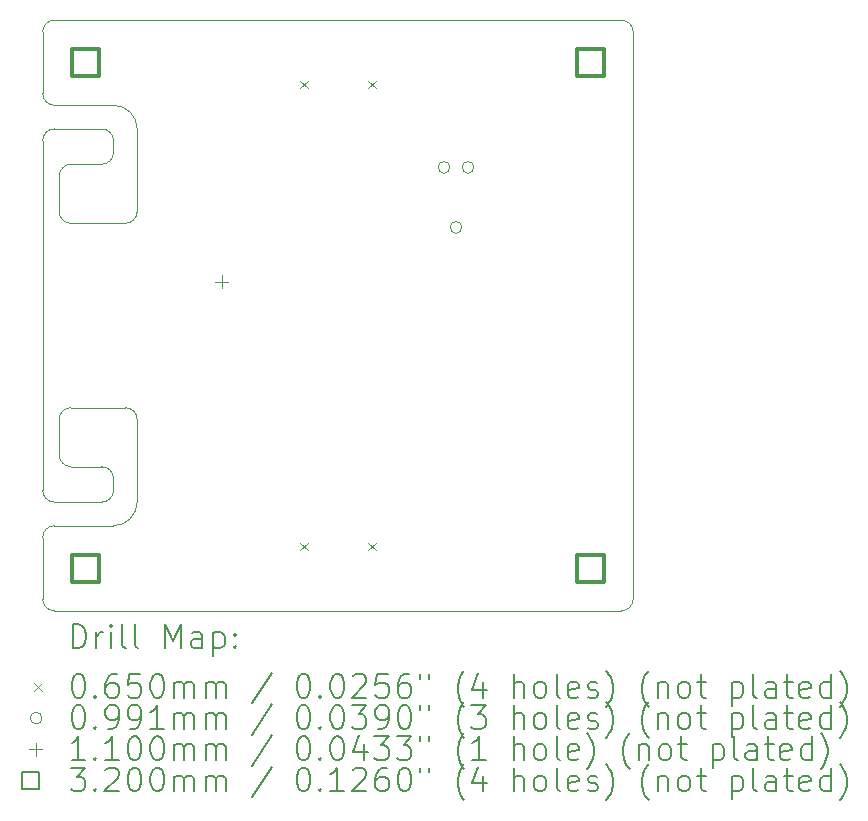
<source format=gbr>
%TF.GenerationSoftware,KiCad,Pcbnew,7.0.10*%
%TF.CreationDate,2024-01-03T21:58:40+01:00*%
%TF.ProjectId,fosmometer,666f736d-6f6d-4657-9465-722e6b696361,rev?*%
%TF.SameCoordinates,Original*%
%TF.FileFunction,Drillmap*%
%TF.FilePolarity,Positive*%
%FSLAX45Y45*%
G04 Gerber Fmt 4.5, Leading zero omitted, Abs format (unit mm)*
G04 Created by KiCad (PCBNEW 7.0.10) date 2024-01-03 21:58:40*
%MOMM*%
%LPD*%
G01*
G04 APERTURE LIST*
%ADD10C,0.100000*%
%ADD11C,0.200000*%
%ADD12C,0.110000*%
%ADD13C,0.320000*%
G04 APERTURE END LIST*
D10*
X10700000Y-14220000D02*
G75*
G03*
X10800000Y-14120000I0J100000D01*
G01*
X10800000Y-15880000D02*
G75*
G03*
X10700000Y-15780000I-100000J0D01*
G01*
X10140000Y-15880000D02*
X10140000Y-16180000D01*
X10140000Y-16180000D02*
G75*
G03*
X10240000Y-16280000I100000J0D01*
G01*
X10240000Y-15780000D02*
G75*
G03*
X10140000Y-15880000I0J-100000D01*
G01*
X10140000Y-13820000D02*
X10140000Y-14120000D01*
X10140000Y-14120000D02*
G75*
G03*
X10240000Y-14220000I100000J0D01*
G01*
X10240000Y-13720000D02*
G75*
G03*
X10140000Y-13820000I0J-100000D01*
G01*
X10700000Y-15780000D02*
X10240000Y-15780000D01*
X10800000Y-16580000D02*
X10800000Y-15880000D01*
X10700000Y-14220000D02*
X10240000Y-14220000D01*
X10800000Y-13420000D02*
X10800000Y-14120000D01*
X10600000Y-13620000D02*
X10600000Y-13520000D01*
X10600000Y-16480000D02*
X10600000Y-16380000D01*
X10600000Y-16380000D02*
G75*
G03*
X10500000Y-16280000I-100000J0D01*
G01*
X10240000Y-16280000D02*
X10500000Y-16280000D01*
X10240000Y-13720000D02*
X10500000Y-13720000D01*
X10500000Y-13720000D02*
G75*
G03*
X10600000Y-13620000I0J100000D01*
G01*
X10100000Y-16780000D02*
X10600000Y-16780000D01*
X10600000Y-16780000D02*
G75*
G03*
X10800000Y-16580000I0J200000D01*
G01*
X10000000Y-16480000D02*
G75*
G03*
X10100000Y-16580000I100000J0D01*
G01*
X10500000Y-16580000D02*
G75*
G03*
X10600000Y-16480000I0J100000D01*
G01*
X10100000Y-16580000D02*
X10500000Y-16580000D01*
X10000000Y-13520000D02*
X10000000Y-16480000D01*
X10600000Y-13520000D02*
G75*
G03*
X10500000Y-13420000I-100000J0D01*
G01*
X10100000Y-13420000D02*
X10500000Y-13420000D01*
X10100000Y-13420000D02*
G75*
G03*
X10000000Y-13520000I0J-100000D01*
G01*
X10800000Y-13420000D02*
G75*
G03*
X10600000Y-13220000I-200000J0D01*
G01*
X10000000Y-12600000D02*
X10000000Y-13120000D01*
X10100000Y-13220000D02*
X10600000Y-13220000D01*
X10000000Y-13120000D02*
G75*
G03*
X10100000Y-13220000I100000J0D01*
G01*
X10100000Y-16780000D02*
G75*
G03*
X10000000Y-16880000I0J-100000D01*
G01*
X15000000Y-12600000D02*
G75*
G03*
X14900000Y-12500000I-100000J0D01*
G01*
X10100000Y-12500000D02*
G75*
G03*
X10000000Y-12600000I0J-100000D01*
G01*
X10000000Y-16880000D02*
X10000000Y-17400000D01*
X10000000Y-17400000D02*
G75*
G03*
X10100000Y-17500000I100000J0D01*
G01*
X10100000Y-17500000D02*
X14900000Y-17500000D01*
X14900000Y-12500000D02*
X10100000Y-12500000D01*
X15000000Y-17400000D02*
X15000000Y-12600000D01*
X14900000Y-17500000D02*
G75*
G03*
X15000000Y-17400000I0J100000D01*
G01*
D11*
D10*
X12178500Y-13012500D02*
X12243500Y-13077500D01*
X12243500Y-13012500D02*
X12178500Y-13077500D01*
X12178500Y-16922500D02*
X12243500Y-16987500D01*
X12243500Y-16922500D02*
X12178500Y-16987500D01*
X12756500Y-13012500D02*
X12821500Y-13077500D01*
X12821500Y-13012500D02*
X12756500Y-13077500D01*
X12756500Y-16922500D02*
X12821500Y-16987500D01*
X12821500Y-16922500D02*
X12756500Y-16987500D01*
X13447930Y-13746000D02*
G75*
G03*
X13348870Y-13746000I-49530J0D01*
G01*
X13348870Y-13746000D02*
G75*
G03*
X13447930Y-13746000I49530J0D01*
G01*
X13549530Y-14254000D02*
G75*
G03*
X13450470Y-14254000I-49530J0D01*
G01*
X13450470Y-14254000D02*
G75*
G03*
X13549530Y-14254000I49530J0D01*
G01*
X13651130Y-13746000D02*
G75*
G03*
X13552070Y-13746000I-49530J0D01*
G01*
X13552070Y-13746000D02*
G75*
G03*
X13651130Y-13746000I49530J0D01*
G01*
D12*
X11515000Y-14659500D02*
X11515000Y-14769500D01*
X11460000Y-14714500D02*
X11570000Y-14714500D01*
D13*
X10473138Y-12973138D02*
X10473138Y-12746862D01*
X10246862Y-12746862D01*
X10246862Y-12973138D01*
X10473138Y-12973138D01*
X10473138Y-17253138D02*
X10473138Y-17026862D01*
X10246862Y-17026862D01*
X10246862Y-17253138D01*
X10473138Y-17253138D01*
X14753138Y-12973138D02*
X14753138Y-12746862D01*
X14526862Y-12746862D01*
X14526862Y-12973138D01*
X14753138Y-12973138D01*
X14753138Y-17253138D02*
X14753138Y-17026862D01*
X14526862Y-17026862D01*
X14526862Y-17253138D01*
X14753138Y-17253138D01*
D11*
X10255777Y-17816484D02*
X10255777Y-17616484D01*
X10255777Y-17616484D02*
X10303396Y-17616484D01*
X10303396Y-17616484D02*
X10331967Y-17626008D01*
X10331967Y-17626008D02*
X10351015Y-17645055D01*
X10351015Y-17645055D02*
X10360539Y-17664103D01*
X10360539Y-17664103D02*
X10370063Y-17702198D01*
X10370063Y-17702198D02*
X10370063Y-17730770D01*
X10370063Y-17730770D02*
X10360539Y-17768865D01*
X10360539Y-17768865D02*
X10351015Y-17787912D01*
X10351015Y-17787912D02*
X10331967Y-17806960D01*
X10331967Y-17806960D02*
X10303396Y-17816484D01*
X10303396Y-17816484D02*
X10255777Y-17816484D01*
X10455777Y-17816484D02*
X10455777Y-17683150D01*
X10455777Y-17721246D02*
X10465301Y-17702198D01*
X10465301Y-17702198D02*
X10474824Y-17692674D01*
X10474824Y-17692674D02*
X10493872Y-17683150D01*
X10493872Y-17683150D02*
X10512920Y-17683150D01*
X10579586Y-17816484D02*
X10579586Y-17683150D01*
X10579586Y-17616484D02*
X10570063Y-17626008D01*
X10570063Y-17626008D02*
X10579586Y-17635531D01*
X10579586Y-17635531D02*
X10589110Y-17626008D01*
X10589110Y-17626008D02*
X10579586Y-17616484D01*
X10579586Y-17616484D02*
X10579586Y-17635531D01*
X10703396Y-17816484D02*
X10684348Y-17806960D01*
X10684348Y-17806960D02*
X10674824Y-17787912D01*
X10674824Y-17787912D02*
X10674824Y-17616484D01*
X10808158Y-17816484D02*
X10789110Y-17806960D01*
X10789110Y-17806960D02*
X10779586Y-17787912D01*
X10779586Y-17787912D02*
X10779586Y-17616484D01*
X11036729Y-17816484D02*
X11036729Y-17616484D01*
X11036729Y-17616484D02*
X11103396Y-17759341D01*
X11103396Y-17759341D02*
X11170063Y-17616484D01*
X11170063Y-17616484D02*
X11170063Y-17816484D01*
X11351015Y-17816484D02*
X11351015Y-17711722D01*
X11351015Y-17711722D02*
X11341491Y-17692674D01*
X11341491Y-17692674D02*
X11322443Y-17683150D01*
X11322443Y-17683150D02*
X11284348Y-17683150D01*
X11284348Y-17683150D02*
X11265301Y-17692674D01*
X11351015Y-17806960D02*
X11331967Y-17816484D01*
X11331967Y-17816484D02*
X11284348Y-17816484D01*
X11284348Y-17816484D02*
X11265301Y-17806960D01*
X11265301Y-17806960D02*
X11255777Y-17787912D01*
X11255777Y-17787912D02*
X11255777Y-17768865D01*
X11255777Y-17768865D02*
X11265301Y-17749817D01*
X11265301Y-17749817D02*
X11284348Y-17740293D01*
X11284348Y-17740293D02*
X11331967Y-17740293D01*
X11331967Y-17740293D02*
X11351015Y-17730770D01*
X11446253Y-17683150D02*
X11446253Y-17883150D01*
X11446253Y-17692674D02*
X11465301Y-17683150D01*
X11465301Y-17683150D02*
X11503396Y-17683150D01*
X11503396Y-17683150D02*
X11522443Y-17692674D01*
X11522443Y-17692674D02*
X11531967Y-17702198D01*
X11531967Y-17702198D02*
X11541491Y-17721246D01*
X11541491Y-17721246D02*
X11541491Y-17778389D01*
X11541491Y-17778389D02*
X11531967Y-17797436D01*
X11531967Y-17797436D02*
X11522443Y-17806960D01*
X11522443Y-17806960D02*
X11503396Y-17816484D01*
X11503396Y-17816484D02*
X11465301Y-17816484D01*
X11465301Y-17816484D02*
X11446253Y-17806960D01*
X11627205Y-17797436D02*
X11636729Y-17806960D01*
X11636729Y-17806960D02*
X11627205Y-17816484D01*
X11627205Y-17816484D02*
X11617682Y-17806960D01*
X11617682Y-17806960D02*
X11627205Y-17797436D01*
X11627205Y-17797436D02*
X11627205Y-17816484D01*
X11627205Y-17692674D02*
X11636729Y-17702198D01*
X11636729Y-17702198D02*
X11627205Y-17711722D01*
X11627205Y-17711722D02*
X11617682Y-17702198D01*
X11617682Y-17702198D02*
X11627205Y-17692674D01*
X11627205Y-17692674D02*
X11627205Y-17711722D01*
D10*
X9930000Y-18112500D02*
X9995000Y-18177500D01*
X9995000Y-18112500D02*
X9930000Y-18177500D01*
D11*
X10293872Y-18036484D02*
X10312920Y-18036484D01*
X10312920Y-18036484D02*
X10331967Y-18046008D01*
X10331967Y-18046008D02*
X10341491Y-18055531D01*
X10341491Y-18055531D02*
X10351015Y-18074579D01*
X10351015Y-18074579D02*
X10360539Y-18112674D01*
X10360539Y-18112674D02*
X10360539Y-18160293D01*
X10360539Y-18160293D02*
X10351015Y-18198389D01*
X10351015Y-18198389D02*
X10341491Y-18217436D01*
X10341491Y-18217436D02*
X10331967Y-18226960D01*
X10331967Y-18226960D02*
X10312920Y-18236484D01*
X10312920Y-18236484D02*
X10293872Y-18236484D01*
X10293872Y-18236484D02*
X10274824Y-18226960D01*
X10274824Y-18226960D02*
X10265301Y-18217436D01*
X10265301Y-18217436D02*
X10255777Y-18198389D01*
X10255777Y-18198389D02*
X10246253Y-18160293D01*
X10246253Y-18160293D02*
X10246253Y-18112674D01*
X10246253Y-18112674D02*
X10255777Y-18074579D01*
X10255777Y-18074579D02*
X10265301Y-18055531D01*
X10265301Y-18055531D02*
X10274824Y-18046008D01*
X10274824Y-18046008D02*
X10293872Y-18036484D01*
X10446253Y-18217436D02*
X10455777Y-18226960D01*
X10455777Y-18226960D02*
X10446253Y-18236484D01*
X10446253Y-18236484D02*
X10436729Y-18226960D01*
X10436729Y-18226960D02*
X10446253Y-18217436D01*
X10446253Y-18217436D02*
X10446253Y-18236484D01*
X10627205Y-18036484D02*
X10589110Y-18036484D01*
X10589110Y-18036484D02*
X10570063Y-18046008D01*
X10570063Y-18046008D02*
X10560539Y-18055531D01*
X10560539Y-18055531D02*
X10541491Y-18084103D01*
X10541491Y-18084103D02*
X10531967Y-18122198D01*
X10531967Y-18122198D02*
X10531967Y-18198389D01*
X10531967Y-18198389D02*
X10541491Y-18217436D01*
X10541491Y-18217436D02*
X10551015Y-18226960D01*
X10551015Y-18226960D02*
X10570063Y-18236484D01*
X10570063Y-18236484D02*
X10608158Y-18236484D01*
X10608158Y-18236484D02*
X10627205Y-18226960D01*
X10627205Y-18226960D02*
X10636729Y-18217436D01*
X10636729Y-18217436D02*
X10646253Y-18198389D01*
X10646253Y-18198389D02*
X10646253Y-18150770D01*
X10646253Y-18150770D02*
X10636729Y-18131722D01*
X10636729Y-18131722D02*
X10627205Y-18122198D01*
X10627205Y-18122198D02*
X10608158Y-18112674D01*
X10608158Y-18112674D02*
X10570063Y-18112674D01*
X10570063Y-18112674D02*
X10551015Y-18122198D01*
X10551015Y-18122198D02*
X10541491Y-18131722D01*
X10541491Y-18131722D02*
X10531967Y-18150770D01*
X10827205Y-18036484D02*
X10731967Y-18036484D01*
X10731967Y-18036484D02*
X10722444Y-18131722D01*
X10722444Y-18131722D02*
X10731967Y-18122198D01*
X10731967Y-18122198D02*
X10751015Y-18112674D01*
X10751015Y-18112674D02*
X10798634Y-18112674D01*
X10798634Y-18112674D02*
X10817682Y-18122198D01*
X10817682Y-18122198D02*
X10827205Y-18131722D01*
X10827205Y-18131722D02*
X10836729Y-18150770D01*
X10836729Y-18150770D02*
X10836729Y-18198389D01*
X10836729Y-18198389D02*
X10827205Y-18217436D01*
X10827205Y-18217436D02*
X10817682Y-18226960D01*
X10817682Y-18226960D02*
X10798634Y-18236484D01*
X10798634Y-18236484D02*
X10751015Y-18236484D01*
X10751015Y-18236484D02*
X10731967Y-18226960D01*
X10731967Y-18226960D02*
X10722444Y-18217436D01*
X10960539Y-18036484D02*
X10979586Y-18036484D01*
X10979586Y-18036484D02*
X10998634Y-18046008D01*
X10998634Y-18046008D02*
X11008158Y-18055531D01*
X11008158Y-18055531D02*
X11017682Y-18074579D01*
X11017682Y-18074579D02*
X11027205Y-18112674D01*
X11027205Y-18112674D02*
X11027205Y-18160293D01*
X11027205Y-18160293D02*
X11017682Y-18198389D01*
X11017682Y-18198389D02*
X11008158Y-18217436D01*
X11008158Y-18217436D02*
X10998634Y-18226960D01*
X10998634Y-18226960D02*
X10979586Y-18236484D01*
X10979586Y-18236484D02*
X10960539Y-18236484D01*
X10960539Y-18236484D02*
X10941491Y-18226960D01*
X10941491Y-18226960D02*
X10931967Y-18217436D01*
X10931967Y-18217436D02*
X10922444Y-18198389D01*
X10922444Y-18198389D02*
X10912920Y-18160293D01*
X10912920Y-18160293D02*
X10912920Y-18112674D01*
X10912920Y-18112674D02*
X10922444Y-18074579D01*
X10922444Y-18074579D02*
X10931967Y-18055531D01*
X10931967Y-18055531D02*
X10941491Y-18046008D01*
X10941491Y-18046008D02*
X10960539Y-18036484D01*
X11112920Y-18236484D02*
X11112920Y-18103150D01*
X11112920Y-18122198D02*
X11122444Y-18112674D01*
X11122444Y-18112674D02*
X11141491Y-18103150D01*
X11141491Y-18103150D02*
X11170063Y-18103150D01*
X11170063Y-18103150D02*
X11189110Y-18112674D01*
X11189110Y-18112674D02*
X11198634Y-18131722D01*
X11198634Y-18131722D02*
X11198634Y-18236484D01*
X11198634Y-18131722D02*
X11208158Y-18112674D01*
X11208158Y-18112674D02*
X11227205Y-18103150D01*
X11227205Y-18103150D02*
X11255777Y-18103150D01*
X11255777Y-18103150D02*
X11274824Y-18112674D01*
X11274824Y-18112674D02*
X11284348Y-18131722D01*
X11284348Y-18131722D02*
X11284348Y-18236484D01*
X11379586Y-18236484D02*
X11379586Y-18103150D01*
X11379586Y-18122198D02*
X11389110Y-18112674D01*
X11389110Y-18112674D02*
X11408158Y-18103150D01*
X11408158Y-18103150D02*
X11436729Y-18103150D01*
X11436729Y-18103150D02*
X11455777Y-18112674D01*
X11455777Y-18112674D02*
X11465301Y-18131722D01*
X11465301Y-18131722D02*
X11465301Y-18236484D01*
X11465301Y-18131722D02*
X11474824Y-18112674D01*
X11474824Y-18112674D02*
X11493872Y-18103150D01*
X11493872Y-18103150D02*
X11522443Y-18103150D01*
X11522443Y-18103150D02*
X11541491Y-18112674D01*
X11541491Y-18112674D02*
X11551015Y-18131722D01*
X11551015Y-18131722D02*
X11551015Y-18236484D01*
X11941491Y-18026960D02*
X11770063Y-18284103D01*
X12198634Y-18036484D02*
X12217682Y-18036484D01*
X12217682Y-18036484D02*
X12236729Y-18046008D01*
X12236729Y-18046008D02*
X12246253Y-18055531D01*
X12246253Y-18055531D02*
X12255777Y-18074579D01*
X12255777Y-18074579D02*
X12265301Y-18112674D01*
X12265301Y-18112674D02*
X12265301Y-18160293D01*
X12265301Y-18160293D02*
X12255777Y-18198389D01*
X12255777Y-18198389D02*
X12246253Y-18217436D01*
X12246253Y-18217436D02*
X12236729Y-18226960D01*
X12236729Y-18226960D02*
X12217682Y-18236484D01*
X12217682Y-18236484D02*
X12198634Y-18236484D01*
X12198634Y-18236484D02*
X12179586Y-18226960D01*
X12179586Y-18226960D02*
X12170063Y-18217436D01*
X12170063Y-18217436D02*
X12160539Y-18198389D01*
X12160539Y-18198389D02*
X12151015Y-18160293D01*
X12151015Y-18160293D02*
X12151015Y-18112674D01*
X12151015Y-18112674D02*
X12160539Y-18074579D01*
X12160539Y-18074579D02*
X12170063Y-18055531D01*
X12170063Y-18055531D02*
X12179586Y-18046008D01*
X12179586Y-18046008D02*
X12198634Y-18036484D01*
X12351015Y-18217436D02*
X12360539Y-18226960D01*
X12360539Y-18226960D02*
X12351015Y-18236484D01*
X12351015Y-18236484D02*
X12341491Y-18226960D01*
X12341491Y-18226960D02*
X12351015Y-18217436D01*
X12351015Y-18217436D02*
X12351015Y-18236484D01*
X12484348Y-18036484D02*
X12503396Y-18036484D01*
X12503396Y-18036484D02*
X12522444Y-18046008D01*
X12522444Y-18046008D02*
X12531967Y-18055531D01*
X12531967Y-18055531D02*
X12541491Y-18074579D01*
X12541491Y-18074579D02*
X12551015Y-18112674D01*
X12551015Y-18112674D02*
X12551015Y-18160293D01*
X12551015Y-18160293D02*
X12541491Y-18198389D01*
X12541491Y-18198389D02*
X12531967Y-18217436D01*
X12531967Y-18217436D02*
X12522444Y-18226960D01*
X12522444Y-18226960D02*
X12503396Y-18236484D01*
X12503396Y-18236484D02*
X12484348Y-18236484D01*
X12484348Y-18236484D02*
X12465301Y-18226960D01*
X12465301Y-18226960D02*
X12455777Y-18217436D01*
X12455777Y-18217436D02*
X12446253Y-18198389D01*
X12446253Y-18198389D02*
X12436729Y-18160293D01*
X12436729Y-18160293D02*
X12436729Y-18112674D01*
X12436729Y-18112674D02*
X12446253Y-18074579D01*
X12446253Y-18074579D02*
X12455777Y-18055531D01*
X12455777Y-18055531D02*
X12465301Y-18046008D01*
X12465301Y-18046008D02*
X12484348Y-18036484D01*
X12627206Y-18055531D02*
X12636729Y-18046008D01*
X12636729Y-18046008D02*
X12655777Y-18036484D01*
X12655777Y-18036484D02*
X12703396Y-18036484D01*
X12703396Y-18036484D02*
X12722444Y-18046008D01*
X12722444Y-18046008D02*
X12731967Y-18055531D01*
X12731967Y-18055531D02*
X12741491Y-18074579D01*
X12741491Y-18074579D02*
X12741491Y-18093627D01*
X12741491Y-18093627D02*
X12731967Y-18122198D01*
X12731967Y-18122198D02*
X12617682Y-18236484D01*
X12617682Y-18236484D02*
X12741491Y-18236484D01*
X12922444Y-18036484D02*
X12827206Y-18036484D01*
X12827206Y-18036484D02*
X12817682Y-18131722D01*
X12817682Y-18131722D02*
X12827206Y-18122198D01*
X12827206Y-18122198D02*
X12846253Y-18112674D01*
X12846253Y-18112674D02*
X12893872Y-18112674D01*
X12893872Y-18112674D02*
X12912920Y-18122198D01*
X12912920Y-18122198D02*
X12922444Y-18131722D01*
X12922444Y-18131722D02*
X12931967Y-18150770D01*
X12931967Y-18150770D02*
X12931967Y-18198389D01*
X12931967Y-18198389D02*
X12922444Y-18217436D01*
X12922444Y-18217436D02*
X12912920Y-18226960D01*
X12912920Y-18226960D02*
X12893872Y-18236484D01*
X12893872Y-18236484D02*
X12846253Y-18236484D01*
X12846253Y-18236484D02*
X12827206Y-18226960D01*
X12827206Y-18226960D02*
X12817682Y-18217436D01*
X13103396Y-18036484D02*
X13065301Y-18036484D01*
X13065301Y-18036484D02*
X13046253Y-18046008D01*
X13046253Y-18046008D02*
X13036729Y-18055531D01*
X13036729Y-18055531D02*
X13017682Y-18084103D01*
X13017682Y-18084103D02*
X13008158Y-18122198D01*
X13008158Y-18122198D02*
X13008158Y-18198389D01*
X13008158Y-18198389D02*
X13017682Y-18217436D01*
X13017682Y-18217436D02*
X13027206Y-18226960D01*
X13027206Y-18226960D02*
X13046253Y-18236484D01*
X13046253Y-18236484D02*
X13084348Y-18236484D01*
X13084348Y-18236484D02*
X13103396Y-18226960D01*
X13103396Y-18226960D02*
X13112920Y-18217436D01*
X13112920Y-18217436D02*
X13122444Y-18198389D01*
X13122444Y-18198389D02*
X13122444Y-18150770D01*
X13122444Y-18150770D02*
X13112920Y-18131722D01*
X13112920Y-18131722D02*
X13103396Y-18122198D01*
X13103396Y-18122198D02*
X13084348Y-18112674D01*
X13084348Y-18112674D02*
X13046253Y-18112674D01*
X13046253Y-18112674D02*
X13027206Y-18122198D01*
X13027206Y-18122198D02*
X13017682Y-18131722D01*
X13017682Y-18131722D02*
X13008158Y-18150770D01*
X13198634Y-18036484D02*
X13198634Y-18074579D01*
X13274825Y-18036484D02*
X13274825Y-18074579D01*
X13570063Y-18312674D02*
X13560539Y-18303150D01*
X13560539Y-18303150D02*
X13541491Y-18274579D01*
X13541491Y-18274579D02*
X13531968Y-18255531D01*
X13531968Y-18255531D02*
X13522444Y-18226960D01*
X13522444Y-18226960D02*
X13512920Y-18179341D01*
X13512920Y-18179341D02*
X13512920Y-18141246D01*
X13512920Y-18141246D02*
X13522444Y-18093627D01*
X13522444Y-18093627D02*
X13531968Y-18065055D01*
X13531968Y-18065055D02*
X13541491Y-18046008D01*
X13541491Y-18046008D02*
X13560539Y-18017436D01*
X13560539Y-18017436D02*
X13570063Y-18007912D01*
X13731968Y-18103150D02*
X13731968Y-18236484D01*
X13684348Y-18026960D02*
X13636729Y-18169817D01*
X13636729Y-18169817D02*
X13760539Y-18169817D01*
X13989110Y-18236484D02*
X13989110Y-18036484D01*
X14074825Y-18236484D02*
X14074825Y-18131722D01*
X14074825Y-18131722D02*
X14065301Y-18112674D01*
X14065301Y-18112674D02*
X14046253Y-18103150D01*
X14046253Y-18103150D02*
X14017682Y-18103150D01*
X14017682Y-18103150D02*
X13998634Y-18112674D01*
X13998634Y-18112674D02*
X13989110Y-18122198D01*
X14198634Y-18236484D02*
X14179587Y-18226960D01*
X14179587Y-18226960D02*
X14170063Y-18217436D01*
X14170063Y-18217436D02*
X14160539Y-18198389D01*
X14160539Y-18198389D02*
X14160539Y-18141246D01*
X14160539Y-18141246D02*
X14170063Y-18122198D01*
X14170063Y-18122198D02*
X14179587Y-18112674D01*
X14179587Y-18112674D02*
X14198634Y-18103150D01*
X14198634Y-18103150D02*
X14227206Y-18103150D01*
X14227206Y-18103150D02*
X14246253Y-18112674D01*
X14246253Y-18112674D02*
X14255777Y-18122198D01*
X14255777Y-18122198D02*
X14265301Y-18141246D01*
X14265301Y-18141246D02*
X14265301Y-18198389D01*
X14265301Y-18198389D02*
X14255777Y-18217436D01*
X14255777Y-18217436D02*
X14246253Y-18226960D01*
X14246253Y-18226960D02*
X14227206Y-18236484D01*
X14227206Y-18236484D02*
X14198634Y-18236484D01*
X14379587Y-18236484D02*
X14360539Y-18226960D01*
X14360539Y-18226960D02*
X14351015Y-18207912D01*
X14351015Y-18207912D02*
X14351015Y-18036484D01*
X14531968Y-18226960D02*
X14512920Y-18236484D01*
X14512920Y-18236484D02*
X14474825Y-18236484D01*
X14474825Y-18236484D02*
X14455777Y-18226960D01*
X14455777Y-18226960D02*
X14446253Y-18207912D01*
X14446253Y-18207912D02*
X14446253Y-18131722D01*
X14446253Y-18131722D02*
X14455777Y-18112674D01*
X14455777Y-18112674D02*
X14474825Y-18103150D01*
X14474825Y-18103150D02*
X14512920Y-18103150D01*
X14512920Y-18103150D02*
X14531968Y-18112674D01*
X14531968Y-18112674D02*
X14541491Y-18131722D01*
X14541491Y-18131722D02*
X14541491Y-18150770D01*
X14541491Y-18150770D02*
X14446253Y-18169817D01*
X14617682Y-18226960D02*
X14636730Y-18236484D01*
X14636730Y-18236484D02*
X14674825Y-18236484D01*
X14674825Y-18236484D02*
X14693872Y-18226960D01*
X14693872Y-18226960D02*
X14703396Y-18207912D01*
X14703396Y-18207912D02*
X14703396Y-18198389D01*
X14703396Y-18198389D02*
X14693872Y-18179341D01*
X14693872Y-18179341D02*
X14674825Y-18169817D01*
X14674825Y-18169817D02*
X14646253Y-18169817D01*
X14646253Y-18169817D02*
X14627206Y-18160293D01*
X14627206Y-18160293D02*
X14617682Y-18141246D01*
X14617682Y-18141246D02*
X14617682Y-18131722D01*
X14617682Y-18131722D02*
X14627206Y-18112674D01*
X14627206Y-18112674D02*
X14646253Y-18103150D01*
X14646253Y-18103150D02*
X14674825Y-18103150D01*
X14674825Y-18103150D02*
X14693872Y-18112674D01*
X14770063Y-18312674D02*
X14779587Y-18303150D01*
X14779587Y-18303150D02*
X14798634Y-18274579D01*
X14798634Y-18274579D02*
X14808158Y-18255531D01*
X14808158Y-18255531D02*
X14817682Y-18226960D01*
X14817682Y-18226960D02*
X14827206Y-18179341D01*
X14827206Y-18179341D02*
X14827206Y-18141246D01*
X14827206Y-18141246D02*
X14817682Y-18093627D01*
X14817682Y-18093627D02*
X14808158Y-18065055D01*
X14808158Y-18065055D02*
X14798634Y-18046008D01*
X14798634Y-18046008D02*
X14779587Y-18017436D01*
X14779587Y-18017436D02*
X14770063Y-18007912D01*
X15131968Y-18312674D02*
X15122444Y-18303150D01*
X15122444Y-18303150D02*
X15103396Y-18274579D01*
X15103396Y-18274579D02*
X15093872Y-18255531D01*
X15093872Y-18255531D02*
X15084349Y-18226960D01*
X15084349Y-18226960D02*
X15074825Y-18179341D01*
X15074825Y-18179341D02*
X15074825Y-18141246D01*
X15074825Y-18141246D02*
X15084349Y-18093627D01*
X15084349Y-18093627D02*
X15093872Y-18065055D01*
X15093872Y-18065055D02*
X15103396Y-18046008D01*
X15103396Y-18046008D02*
X15122444Y-18017436D01*
X15122444Y-18017436D02*
X15131968Y-18007912D01*
X15208158Y-18103150D02*
X15208158Y-18236484D01*
X15208158Y-18122198D02*
X15217682Y-18112674D01*
X15217682Y-18112674D02*
X15236730Y-18103150D01*
X15236730Y-18103150D02*
X15265301Y-18103150D01*
X15265301Y-18103150D02*
X15284349Y-18112674D01*
X15284349Y-18112674D02*
X15293872Y-18131722D01*
X15293872Y-18131722D02*
X15293872Y-18236484D01*
X15417682Y-18236484D02*
X15398634Y-18226960D01*
X15398634Y-18226960D02*
X15389111Y-18217436D01*
X15389111Y-18217436D02*
X15379587Y-18198389D01*
X15379587Y-18198389D02*
X15379587Y-18141246D01*
X15379587Y-18141246D02*
X15389111Y-18122198D01*
X15389111Y-18122198D02*
X15398634Y-18112674D01*
X15398634Y-18112674D02*
X15417682Y-18103150D01*
X15417682Y-18103150D02*
X15446253Y-18103150D01*
X15446253Y-18103150D02*
X15465301Y-18112674D01*
X15465301Y-18112674D02*
X15474825Y-18122198D01*
X15474825Y-18122198D02*
X15484349Y-18141246D01*
X15484349Y-18141246D02*
X15484349Y-18198389D01*
X15484349Y-18198389D02*
X15474825Y-18217436D01*
X15474825Y-18217436D02*
X15465301Y-18226960D01*
X15465301Y-18226960D02*
X15446253Y-18236484D01*
X15446253Y-18236484D02*
X15417682Y-18236484D01*
X15541492Y-18103150D02*
X15617682Y-18103150D01*
X15570063Y-18036484D02*
X15570063Y-18207912D01*
X15570063Y-18207912D02*
X15579587Y-18226960D01*
X15579587Y-18226960D02*
X15598634Y-18236484D01*
X15598634Y-18236484D02*
X15617682Y-18236484D01*
X15836730Y-18103150D02*
X15836730Y-18303150D01*
X15836730Y-18112674D02*
X15855777Y-18103150D01*
X15855777Y-18103150D02*
X15893873Y-18103150D01*
X15893873Y-18103150D02*
X15912920Y-18112674D01*
X15912920Y-18112674D02*
X15922444Y-18122198D01*
X15922444Y-18122198D02*
X15931968Y-18141246D01*
X15931968Y-18141246D02*
X15931968Y-18198389D01*
X15931968Y-18198389D02*
X15922444Y-18217436D01*
X15922444Y-18217436D02*
X15912920Y-18226960D01*
X15912920Y-18226960D02*
X15893873Y-18236484D01*
X15893873Y-18236484D02*
X15855777Y-18236484D01*
X15855777Y-18236484D02*
X15836730Y-18226960D01*
X16046253Y-18236484D02*
X16027206Y-18226960D01*
X16027206Y-18226960D02*
X16017682Y-18207912D01*
X16017682Y-18207912D02*
X16017682Y-18036484D01*
X16208158Y-18236484D02*
X16208158Y-18131722D01*
X16208158Y-18131722D02*
X16198634Y-18112674D01*
X16198634Y-18112674D02*
X16179587Y-18103150D01*
X16179587Y-18103150D02*
X16141492Y-18103150D01*
X16141492Y-18103150D02*
X16122444Y-18112674D01*
X16208158Y-18226960D02*
X16189111Y-18236484D01*
X16189111Y-18236484D02*
X16141492Y-18236484D01*
X16141492Y-18236484D02*
X16122444Y-18226960D01*
X16122444Y-18226960D02*
X16112920Y-18207912D01*
X16112920Y-18207912D02*
X16112920Y-18188865D01*
X16112920Y-18188865D02*
X16122444Y-18169817D01*
X16122444Y-18169817D02*
X16141492Y-18160293D01*
X16141492Y-18160293D02*
X16189111Y-18160293D01*
X16189111Y-18160293D02*
X16208158Y-18150770D01*
X16274825Y-18103150D02*
X16351015Y-18103150D01*
X16303396Y-18036484D02*
X16303396Y-18207912D01*
X16303396Y-18207912D02*
X16312920Y-18226960D01*
X16312920Y-18226960D02*
X16331968Y-18236484D01*
X16331968Y-18236484D02*
X16351015Y-18236484D01*
X16493873Y-18226960D02*
X16474825Y-18236484D01*
X16474825Y-18236484D02*
X16436730Y-18236484D01*
X16436730Y-18236484D02*
X16417682Y-18226960D01*
X16417682Y-18226960D02*
X16408158Y-18207912D01*
X16408158Y-18207912D02*
X16408158Y-18131722D01*
X16408158Y-18131722D02*
X16417682Y-18112674D01*
X16417682Y-18112674D02*
X16436730Y-18103150D01*
X16436730Y-18103150D02*
X16474825Y-18103150D01*
X16474825Y-18103150D02*
X16493873Y-18112674D01*
X16493873Y-18112674D02*
X16503396Y-18131722D01*
X16503396Y-18131722D02*
X16503396Y-18150770D01*
X16503396Y-18150770D02*
X16408158Y-18169817D01*
X16674825Y-18236484D02*
X16674825Y-18036484D01*
X16674825Y-18226960D02*
X16655777Y-18236484D01*
X16655777Y-18236484D02*
X16617682Y-18236484D01*
X16617682Y-18236484D02*
X16598634Y-18226960D01*
X16598634Y-18226960D02*
X16589111Y-18217436D01*
X16589111Y-18217436D02*
X16579587Y-18198389D01*
X16579587Y-18198389D02*
X16579587Y-18141246D01*
X16579587Y-18141246D02*
X16589111Y-18122198D01*
X16589111Y-18122198D02*
X16598634Y-18112674D01*
X16598634Y-18112674D02*
X16617682Y-18103150D01*
X16617682Y-18103150D02*
X16655777Y-18103150D01*
X16655777Y-18103150D02*
X16674825Y-18112674D01*
X16751015Y-18312674D02*
X16760539Y-18303150D01*
X16760539Y-18303150D02*
X16779587Y-18274579D01*
X16779587Y-18274579D02*
X16789111Y-18255531D01*
X16789111Y-18255531D02*
X16798635Y-18226960D01*
X16798635Y-18226960D02*
X16808158Y-18179341D01*
X16808158Y-18179341D02*
X16808158Y-18141246D01*
X16808158Y-18141246D02*
X16798635Y-18093627D01*
X16798635Y-18093627D02*
X16789111Y-18065055D01*
X16789111Y-18065055D02*
X16779587Y-18046008D01*
X16779587Y-18046008D02*
X16760539Y-18017436D01*
X16760539Y-18017436D02*
X16751015Y-18007912D01*
D10*
X9995000Y-18409000D02*
G75*
G03*
X9895940Y-18409000I-49530J0D01*
G01*
X9895940Y-18409000D02*
G75*
G03*
X9995000Y-18409000I49530J0D01*
G01*
D11*
X10293872Y-18300484D02*
X10312920Y-18300484D01*
X10312920Y-18300484D02*
X10331967Y-18310008D01*
X10331967Y-18310008D02*
X10341491Y-18319531D01*
X10341491Y-18319531D02*
X10351015Y-18338579D01*
X10351015Y-18338579D02*
X10360539Y-18376674D01*
X10360539Y-18376674D02*
X10360539Y-18424293D01*
X10360539Y-18424293D02*
X10351015Y-18462389D01*
X10351015Y-18462389D02*
X10341491Y-18481436D01*
X10341491Y-18481436D02*
X10331967Y-18490960D01*
X10331967Y-18490960D02*
X10312920Y-18500484D01*
X10312920Y-18500484D02*
X10293872Y-18500484D01*
X10293872Y-18500484D02*
X10274824Y-18490960D01*
X10274824Y-18490960D02*
X10265301Y-18481436D01*
X10265301Y-18481436D02*
X10255777Y-18462389D01*
X10255777Y-18462389D02*
X10246253Y-18424293D01*
X10246253Y-18424293D02*
X10246253Y-18376674D01*
X10246253Y-18376674D02*
X10255777Y-18338579D01*
X10255777Y-18338579D02*
X10265301Y-18319531D01*
X10265301Y-18319531D02*
X10274824Y-18310008D01*
X10274824Y-18310008D02*
X10293872Y-18300484D01*
X10446253Y-18481436D02*
X10455777Y-18490960D01*
X10455777Y-18490960D02*
X10446253Y-18500484D01*
X10446253Y-18500484D02*
X10436729Y-18490960D01*
X10436729Y-18490960D02*
X10446253Y-18481436D01*
X10446253Y-18481436D02*
X10446253Y-18500484D01*
X10551015Y-18500484D02*
X10589110Y-18500484D01*
X10589110Y-18500484D02*
X10608158Y-18490960D01*
X10608158Y-18490960D02*
X10617682Y-18481436D01*
X10617682Y-18481436D02*
X10636729Y-18452865D01*
X10636729Y-18452865D02*
X10646253Y-18414770D01*
X10646253Y-18414770D02*
X10646253Y-18338579D01*
X10646253Y-18338579D02*
X10636729Y-18319531D01*
X10636729Y-18319531D02*
X10627205Y-18310008D01*
X10627205Y-18310008D02*
X10608158Y-18300484D01*
X10608158Y-18300484D02*
X10570063Y-18300484D01*
X10570063Y-18300484D02*
X10551015Y-18310008D01*
X10551015Y-18310008D02*
X10541491Y-18319531D01*
X10541491Y-18319531D02*
X10531967Y-18338579D01*
X10531967Y-18338579D02*
X10531967Y-18386198D01*
X10531967Y-18386198D02*
X10541491Y-18405246D01*
X10541491Y-18405246D02*
X10551015Y-18414770D01*
X10551015Y-18414770D02*
X10570063Y-18424293D01*
X10570063Y-18424293D02*
X10608158Y-18424293D01*
X10608158Y-18424293D02*
X10627205Y-18414770D01*
X10627205Y-18414770D02*
X10636729Y-18405246D01*
X10636729Y-18405246D02*
X10646253Y-18386198D01*
X10741491Y-18500484D02*
X10779586Y-18500484D01*
X10779586Y-18500484D02*
X10798634Y-18490960D01*
X10798634Y-18490960D02*
X10808158Y-18481436D01*
X10808158Y-18481436D02*
X10827205Y-18452865D01*
X10827205Y-18452865D02*
X10836729Y-18414770D01*
X10836729Y-18414770D02*
X10836729Y-18338579D01*
X10836729Y-18338579D02*
X10827205Y-18319531D01*
X10827205Y-18319531D02*
X10817682Y-18310008D01*
X10817682Y-18310008D02*
X10798634Y-18300484D01*
X10798634Y-18300484D02*
X10760539Y-18300484D01*
X10760539Y-18300484D02*
X10741491Y-18310008D01*
X10741491Y-18310008D02*
X10731967Y-18319531D01*
X10731967Y-18319531D02*
X10722444Y-18338579D01*
X10722444Y-18338579D02*
X10722444Y-18386198D01*
X10722444Y-18386198D02*
X10731967Y-18405246D01*
X10731967Y-18405246D02*
X10741491Y-18414770D01*
X10741491Y-18414770D02*
X10760539Y-18424293D01*
X10760539Y-18424293D02*
X10798634Y-18424293D01*
X10798634Y-18424293D02*
X10817682Y-18414770D01*
X10817682Y-18414770D02*
X10827205Y-18405246D01*
X10827205Y-18405246D02*
X10836729Y-18386198D01*
X11027205Y-18500484D02*
X10912920Y-18500484D01*
X10970063Y-18500484D02*
X10970063Y-18300484D01*
X10970063Y-18300484D02*
X10951015Y-18329055D01*
X10951015Y-18329055D02*
X10931967Y-18348103D01*
X10931967Y-18348103D02*
X10912920Y-18357627D01*
X11112920Y-18500484D02*
X11112920Y-18367150D01*
X11112920Y-18386198D02*
X11122444Y-18376674D01*
X11122444Y-18376674D02*
X11141491Y-18367150D01*
X11141491Y-18367150D02*
X11170063Y-18367150D01*
X11170063Y-18367150D02*
X11189110Y-18376674D01*
X11189110Y-18376674D02*
X11198634Y-18395722D01*
X11198634Y-18395722D02*
X11198634Y-18500484D01*
X11198634Y-18395722D02*
X11208158Y-18376674D01*
X11208158Y-18376674D02*
X11227205Y-18367150D01*
X11227205Y-18367150D02*
X11255777Y-18367150D01*
X11255777Y-18367150D02*
X11274824Y-18376674D01*
X11274824Y-18376674D02*
X11284348Y-18395722D01*
X11284348Y-18395722D02*
X11284348Y-18500484D01*
X11379586Y-18500484D02*
X11379586Y-18367150D01*
X11379586Y-18386198D02*
X11389110Y-18376674D01*
X11389110Y-18376674D02*
X11408158Y-18367150D01*
X11408158Y-18367150D02*
X11436729Y-18367150D01*
X11436729Y-18367150D02*
X11455777Y-18376674D01*
X11455777Y-18376674D02*
X11465301Y-18395722D01*
X11465301Y-18395722D02*
X11465301Y-18500484D01*
X11465301Y-18395722D02*
X11474824Y-18376674D01*
X11474824Y-18376674D02*
X11493872Y-18367150D01*
X11493872Y-18367150D02*
X11522443Y-18367150D01*
X11522443Y-18367150D02*
X11541491Y-18376674D01*
X11541491Y-18376674D02*
X11551015Y-18395722D01*
X11551015Y-18395722D02*
X11551015Y-18500484D01*
X11941491Y-18290960D02*
X11770063Y-18548103D01*
X12198634Y-18300484D02*
X12217682Y-18300484D01*
X12217682Y-18300484D02*
X12236729Y-18310008D01*
X12236729Y-18310008D02*
X12246253Y-18319531D01*
X12246253Y-18319531D02*
X12255777Y-18338579D01*
X12255777Y-18338579D02*
X12265301Y-18376674D01*
X12265301Y-18376674D02*
X12265301Y-18424293D01*
X12265301Y-18424293D02*
X12255777Y-18462389D01*
X12255777Y-18462389D02*
X12246253Y-18481436D01*
X12246253Y-18481436D02*
X12236729Y-18490960D01*
X12236729Y-18490960D02*
X12217682Y-18500484D01*
X12217682Y-18500484D02*
X12198634Y-18500484D01*
X12198634Y-18500484D02*
X12179586Y-18490960D01*
X12179586Y-18490960D02*
X12170063Y-18481436D01*
X12170063Y-18481436D02*
X12160539Y-18462389D01*
X12160539Y-18462389D02*
X12151015Y-18424293D01*
X12151015Y-18424293D02*
X12151015Y-18376674D01*
X12151015Y-18376674D02*
X12160539Y-18338579D01*
X12160539Y-18338579D02*
X12170063Y-18319531D01*
X12170063Y-18319531D02*
X12179586Y-18310008D01*
X12179586Y-18310008D02*
X12198634Y-18300484D01*
X12351015Y-18481436D02*
X12360539Y-18490960D01*
X12360539Y-18490960D02*
X12351015Y-18500484D01*
X12351015Y-18500484D02*
X12341491Y-18490960D01*
X12341491Y-18490960D02*
X12351015Y-18481436D01*
X12351015Y-18481436D02*
X12351015Y-18500484D01*
X12484348Y-18300484D02*
X12503396Y-18300484D01*
X12503396Y-18300484D02*
X12522444Y-18310008D01*
X12522444Y-18310008D02*
X12531967Y-18319531D01*
X12531967Y-18319531D02*
X12541491Y-18338579D01*
X12541491Y-18338579D02*
X12551015Y-18376674D01*
X12551015Y-18376674D02*
X12551015Y-18424293D01*
X12551015Y-18424293D02*
X12541491Y-18462389D01*
X12541491Y-18462389D02*
X12531967Y-18481436D01*
X12531967Y-18481436D02*
X12522444Y-18490960D01*
X12522444Y-18490960D02*
X12503396Y-18500484D01*
X12503396Y-18500484D02*
X12484348Y-18500484D01*
X12484348Y-18500484D02*
X12465301Y-18490960D01*
X12465301Y-18490960D02*
X12455777Y-18481436D01*
X12455777Y-18481436D02*
X12446253Y-18462389D01*
X12446253Y-18462389D02*
X12436729Y-18424293D01*
X12436729Y-18424293D02*
X12436729Y-18376674D01*
X12436729Y-18376674D02*
X12446253Y-18338579D01*
X12446253Y-18338579D02*
X12455777Y-18319531D01*
X12455777Y-18319531D02*
X12465301Y-18310008D01*
X12465301Y-18310008D02*
X12484348Y-18300484D01*
X12617682Y-18300484D02*
X12741491Y-18300484D01*
X12741491Y-18300484D02*
X12674825Y-18376674D01*
X12674825Y-18376674D02*
X12703396Y-18376674D01*
X12703396Y-18376674D02*
X12722444Y-18386198D01*
X12722444Y-18386198D02*
X12731967Y-18395722D01*
X12731967Y-18395722D02*
X12741491Y-18414770D01*
X12741491Y-18414770D02*
X12741491Y-18462389D01*
X12741491Y-18462389D02*
X12731967Y-18481436D01*
X12731967Y-18481436D02*
X12722444Y-18490960D01*
X12722444Y-18490960D02*
X12703396Y-18500484D01*
X12703396Y-18500484D02*
X12646253Y-18500484D01*
X12646253Y-18500484D02*
X12627206Y-18490960D01*
X12627206Y-18490960D02*
X12617682Y-18481436D01*
X12836729Y-18500484D02*
X12874825Y-18500484D01*
X12874825Y-18500484D02*
X12893872Y-18490960D01*
X12893872Y-18490960D02*
X12903396Y-18481436D01*
X12903396Y-18481436D02*
X12922444Y-18452865D01*
X12922444Y-18452865D02*
X12931967Y-18414770D01*
X12931967Y-18414770D02*
X12931967Y-18338579D01*
X12931967Y-18338579D02*
X12922444Y-18319531D01*
X12922444Y-18319531D02*
X12912920Y-18310008D01*
X12912920Y-18310008D02*
X12893872Y-18300484D01*
X12893872Y-18300484D02*
X12855777Y-18300484D01*
X12855777Y-18300484D02*
X12836729Y-18310008D01*
X12836729Y-18310008D02*
X12827206Y-18319531D01*
X12827206Y-18319531D02*
X12817682Y-18338579D01*
X12817682Y-18338579D02*
X12817682Y-18386198D01*
X12817682Y-18386198D02*
X12827206Y-18405246D01*
X12827206Y-18405246D02*
X12836729Y-18414770D01*
X12836729Y-18414770D02*
X12855777Y-18424293D01*
X12855777Y-18424293D02*
X12893872Y-18424293D01*
X12893872Y-18424293D02*
X12912920Y-18414770D01*
X12912920Y-18414770D02*
X12922444Y-18405246D01*
X12922444Y-18405246D02*
X12931967Y-18386198D01*
X13055777Y-18300484D02*
X13074825Y-18300484D01*
X13074825Y-18300484D02*
X13093872Y-18310008D01*
X13093872Y-18310008D02*
X13103396Y-18319531D01*
X13103396Y-18319531D02*
X13112920Y-18338579D01*
X13112920Y-18338579D02*
X13122444Y-18376674D01*
X13122444Y-18376674D02*
X13122444Y-18424293D01*
X13122444Y-18424293D02*
X13112920Y-18462389D01*
X13112920Y-18462389D02*
X13103396Y-18481436D01*
X13103396Y-18481436D02*
X13093872Y-18490960D01*
X13093872Y-18490960D02*
X13074825Y-18500484D01*
X13074825Y-18500484D02*
X13055777Y-18500484D01*
X13055777Y-18500484D02*
X13036729Y-18490960D01*
X13036729Y-18490960D02*
X13027206Y-18481436D01*
X13027206Y-18481436D02*
X13017682Y-18462389D01*
X13017682Y-18462389D02*
X13008158Y-18424293D01*
X13008158Y-18424293D02*
X13008158Y-18376674D01*
X13008158Y-18376674D02*
X13017682Y-18338579D01*
X13017682Y-18338579D02*
X13027206Y-18319531D01*
X13027206Y-18319531D02*
X13036729Y-18310008D01*
X13036729Y-18310008D02*
X13055777Y-18300484D01*
X13198634Y-18300484D02*
X13198634Y-18338579D01*
X13274825Y-18300484D02*
X13274825Y-18338579D01*
X13570063Y-18576674D02*
X13560539Y-18567150D01*
X13560539Y-18567150D02*
X13541491Y-18538579D01*
X13541491Y-18538579D02*
X13531968Y-18519531D01*
X13531968Y-18519531D02*
X13522444Y-18490960D01*
X13522444Y-18490960D02*
X13512920Y-18443341D01*
X13512920Y-18443341D02*
X13512920Y-18405246D01*
X13512920Y-18405246D02*
X13522444Y-18357627D01*
X13522444Y-18357627D02*
X13531968Y-18329055D01*
X13531968Y-18329055D02*
X13541491Y-18310008D01*
X13541491Y-18310008D02*
X13560539Y-18281436D01*
X13560539Y-18281436D02*
X13570063Y-18271912D01*
X13627206Y-18300484D02*
X13751015Y-18300484D01*
X13751015Y-18300484D02*
X13684348Y-18376674D01*
X13684348Y-18376674D02*
X13712920Y-18376674D01*
X13712920Y-18376674D02*
X13731968Y-18386198D01*
X13731968Y-18386198D02*
X13741491Y-18395722D01*
X13741491Y-18395722D02*
X13751015Y-18414770D01*
X13751015Y-18414770D02*
X13751015Y-18462389D01*
X13751015Y-18462389D02*
X13741491Y-18481436D01*
X13741491Y-18481436D02*
X13731968Y-18490960D01*
X13731968Y-18490960D02*
X13712920Y-18500484D01*
X13712920Y-18500484D02*
X13655777Y-18500484D01*
X13655777Y-18500484D02*
X13636729Y-18490960D01*
X13636729Y-18490960D02*
X13627206Y-18481436D01*
X13989110Y-18500484D02*
X13989110Y-18300484D01*
X14074825Y-18500484D02*
X14074825Y-18395722D01*
X14074825Y-18395722D02*
X14065301Y-18376674D01*
X14065301Y-18376674D02*
X14046253Y-18367150D01*
X14046253Y-18367150D02*
X14017682Y-18367150D01*
X14017682Y-18367150D02*
X13998634Y-18376674D01*
X13998634Y-18376674D02*
X13989110Y-18386198D01*
X14198634Y-18500484D02*
X14179587Y-18490960D01*
X14179587Y-18490960D02*
X14170063Y-18481436D01*
X14170063Y-18481436D02*
X14160539Y-18462389D01*
X14160539Y-18462389D02*
X14160539Y-18405246D01*
X14160539Y-18405246D02*
X14170063Y-18386198D01*
X14170063Y-18386198D02*
X14179587Y-18376674D01*
X14179587Y-18376674D02*
X14198634Y-18367150D01*
X14198634Y-18367150D02*
X14227206Y-18367150D01*
X14227206Y-18367150D02*
X14246253Y-18376674D01*
X14246253Y-18376674D02*
X14255777Y-18386198D01*
X14255777Y-18386198D02*
X14265301Y-18405246D01*
X14265301Y-18405246D02*
X14265301Y-18462389D01*
X14265301Y-18462389D02*
X14255777Y-18481436D01*
X14255777Y-18481436D02*
X14246253Y-18490960D01*
X14246253Y-18490960D02*
X14227206Y-18500484D01*
X14227206Y-18500484D02*
X14198634Y-18500484D01*
X14379587Y-18500484D02*
X14360539Y-18490960D01*
X14360539Y-18490960D02*
X14351015Y-18471912D01*
X14351015Y-18471912D02*
X14351015Y-18300484D01*
X14531968Y-18490960D02*
X14512920Y-18500484D01*
X14512920Y-18500484D02*
X14474825Y-18500484D01*
X14474825Y-18500484D02*
X14455777Y-18490960D01*
X14455777Y-18490960D02*
X14446253Y-18471912D01*
X14446253Y-18471912D02*
X14446253Y-18395722D01*
X14446253Y-18395722D02*
X14455777Y-18376674D01*
X14455777Y-18376674D02*
X14474825Y-18367150D01*
X14474825Y-18367150D02*
X14512920Y-18367150D01*
X14512920Y-18367150D02*
X14531968Y-18376674D01*
X14531968Y-18376674D02*
X14541491Y-18395722D01*
X14541491Y-18395722D02*
X14541491Y-18414770D01*
X14541491Y-18414770D02*
X14446253Y-18433817D01*
X14617682Y-18490960D02*
X14636730Y-18500484D01*
X14636730Y-18500484D02*
X14674825Y-18500484D01*
X14674825Y-18500484D02*
X14693872Y-18490960D01*
X14693872Y-18490960D02*
X14703396Y-18471912D01*
X14703396Y-18471912D02*
X14703396Y-18462389D01*
X14703396Y-18462389D02*
X14693872Y-18443341D01*
X14693872Y-18443341D02*
X14674825Y-18433817D01*
X14674825Y-18433817D02*
X14646253Y-18433817D01*
X14646253Y-18433817D02*
X14627206Y-18424293D01*
X14627206Y-18424293D02*
X14617682Y-18405246D01*
X14617682Y-18405246D02*
X14617682Y-18395722D01*
X14617682Y-18395722D02*
X14627206Y-18376674D01*
X14627206Y-18376674D02*
X14646253Y-18367150D01*
X14646253Y-18367150D02*
X14674825Y-18367150D01*
X14674825Y-18367150D02*
X14693872Y-18376674D01*
X14770063Y-18576674D02*
X14779587Y-18567150D01*
X14779587Y-18567150D02*
X14798634Y-18538579D01*
X14798634Y-18538579D02*
X14808158Y-18519531D01*
X14808158Y-18519531D02*
X14817682Y-18490960D01*
X14817682Y-18490960D02*
X14827206Y-18443341D01*
X14827206Y-18443341D02*
X14827206Y-18405246D01*
X14827206Y-18405246D02*
X14817682Y-18357627D01*
X14817682Y-18357627D02*
X14808158Y-18329055D01*
X14808158Y-18329055D02*
X14798634Y-18310008D01*
X14798634Y-18310008D02*
X14779587Y-18281436D01*
X14779587Y-18281436D02*
X14770063Y-18271912D01*
X15131968Y-18576674D02*
X15122444Y-18567150D01*
X15122444Y-18567150D02*
X15103396Y-18538579D01*
X15103396Y-18538579D02*
X15093872Y-18519531D01*
X15093872Y-18519531D02*
X15084349Y-18490960D01*
X15084349Y-18490960D02*
X15074825Y-18443341D01*
X15074825Y-18443341D02*
X15074825Y-18405246D01*
X15074825Y-18405246D02*
X15084349Y-18357627D01*
X15084349Y-18357627D02*
X15093872Y-18329055D01*
X15093872Y-18329055D02*
X15103396Y-18310008D01*
X15103396Y-18310008D02*
X15122444Y-18281436D01*
X15122444Y-18281436D02*
X15131968Y-18271912D01*
X15208158Y-18367150D02*
X15208158Y-18500484D01*
X15208158Y-18386198D02*
X15217682Y-18376674D01*
X15217682Y-18376674D02*
X15236730Y-18367150D01*
X15236730Y-18367150D02*
X15265301Y-18367150D01*
X15265301Y-18367150D02*
X15284349Y-18376674D01*
X15284349Y-18376674D02*
X15293872Y-18395722D01*
X15293872Y-18395722D02*
X15293872Y-18500484D01*
X15417682Y-18500484D02*
X15398634Y-18490960D01*
X15398634Y-18490960D02*
X15389111Y-18481436D01*
X15389111Y-18481436D02*
X15379587Y-18462389D01*
X15379587Y-18462389D02*
X15379587Y-18405246D01*
X15379587Y-18405246D02*
X15389111Y-18386198D01*
X15389111Y-18386198D02*
X15398634Y-18376674D01*
X15398634Y-18376674D02*
X15417682Y-18367150D01*
X15417682Y-18367150D02*
X15446253Y-18367150D01*
X15446253Y-18367150D02*
X15465301Y-18376674D01*
X15465301Y-18376674D02*
X15474825Y-18386198D01*
X15474825Y-18386198D02*
X15484349Y-18405246D01*
X15484349Y-18405246D02*
X15484349Y-18462389D01*
X15484349Y-18462389D02*
X15474825Y-18481436D01*
X15474825Y-18481436D02*
X15465301Y-18490960D01*
X15465301Y-18490960D02*
X15446253Y-18500484D01*
X15446253Y-18500484D02*
X15417682Y-18500484D01*
X15541492Y-18367150D02*
X15617682Y-18367150D01*
X15570063Y-18300484D02*
X15570063Y-18471912D01*
X15570063Y-18471912D02*
X15579587Y-18490960D01*
X15579587Y-18490960D02*
X15598634Y-18500484D01*
X15598634Y-18500484D02*
X15617682Y-18500484D01*
X15836730Y-18367150D02*
X15836730Y-18567150D01*
X15836730Y-18376674D02*
X15855777Y-18367150D01*
X15855777Y-18367150D02*
X15893873Y-18367150D01*
X15893873Y-18367150D02*
X15912920Y-18376674D01*
X15912920Y-18376674D02*
X15922444Y-18386198D01*
X15922444Y-18386198D02*
X15931968Y-18405246D01*
X15931968Y-18405246D02*
X15931968Y-18462389D01*
X15931968Y-18462389D02*
X15922444Y-18481436D01*
X15922444Y-18481436D02*
X15912920Y-18490960D01*
X15912920Y-18490960D02*
X15893873Y-18500484D01*
X15893873Y-18500484D02*
X15855777Y-18500484D01*
X15855777Y-18500484D02*
X15836730Y-18490960D01*
X16046253Y-18500484D02*
X16027206Y-18490960D01*
X16027206Y-18490960D02*
X16017682Y-18471912D01*
X16017682Y-18471912D02*
X16017682Y-18300484D01*
X16208158Y-18500484D02*
X16208158Y-18395722D01*
X16208158Y-18395722D02*
X16198634Y-18376674D01*
X16198634Y-18376674D02*
X16179587Y-18367150D01*
X16179587Y-18367150D02*
X16141492Y-18367150D01*
X16141492Y-18367150D02*
X16122444Y-18376674D01*
X16208158Y-18490960D02*
X16189111Y-18500484D01*
X16189111Y-18500484D02*
X16141492Y-18500484D01*
X16141492Y-18500484D02*
X16122444Y-18490960D01*
X16122444Y-18490960D02*
X16112920Y-18471912D01*
X16112920Y-18471912D02*
X16112920Y-18452865D01*
X16112920Y-18452865D02*
X16122444Y-18433817D01*
X16122444Y-18433817D02*
X16141492Y-18424293D01*
X16141492Y-18424293D02*
X16189111Y-18424293D01*
X16189111Y-18424293D02*
X16208158Y-18414770D01*
X16274825Y-18367150D02*
X16351015Y-18367150D01*
X16303396Y-18300484D02*
X16303396Y-18471912D01*
X16303396Y-18471912D02*
X16312920Y-18490960D01*
X16312920Y-18490960D02*
X16331968Y-18500484D01*
X16331968Y-18500484D02*
X16351015Y-18500484D01*
X16493873Y-18490960D02*
X16474825Y-18500484D01*
X16474825Y-18500484D02*
X16436730Y-18500484D01*
X16436730Y-18500484D02*
X16417682Y-18490960D01*
X16417682Y-18490960D02*
X16408158Y-18471912D01*
X16408158Y-18471912D02*
X16408158Y-18395722D01*
X16408158Y-18395722D02*
X16417682Y-18376674D01*
X16417682Y-18376674D02*
X16436730Y-18367150D01*
X16436730Y-18367150D02*
X16474825Y-18367150D01*
X16474825Y-18367150D02*
X16493873Y-18376674D01*
X16493873Y-18376674D02*
X16503396Y-18395722D01*
X16503396Y-18395722D02*
X16503396Y-18414770D01*
X16503396Y-18414770D02*
X16408158Y-18433817D01*
X16674825Y-18500484D02*
X16674825Y-18300484D01*
X16674825Y-18490960D02*
X16655777Y-18500484D01*
X16655777Y-18500484D02*
X16617682Y-18500484D01*
X16617682Y-18500484D02*
X16598634Y-18490960D01*
X16598634Y-18490960D02*
X16589111Y-18481436D01*
X16589111Y-18481436D02*
X16579587Y-18462389D01*
X16579587Y-18462389D02*
X16579587Y-18405246D01*
X16579587Y-18405246D02*
X16589111Y-18386198D01*
X16589111Y-18386198D02*
X16598634Y-18376674D01*
X16598634Y-18376674D02*
X16617682Y-18367150D01*
X16617682Y-18367150D02*
X16655777Y-18367150D01*
X16655777Y-18367150D02*
X16674825Y-18376674D01*
X16751015Y-18576674D02*
X16760539Y-18567150D01*
X16760539Y-18567150D02*
X16779587Y-18538579D01*
X16779587Y-18538579D02*
X16789111Y-18519531D01*
X16789111Y-18519531D02*
X16798635Y-18490960D01*
X16798635Y-18490960D02*
X16808158Y-18443341D01*
X16808158Y-18443341D02*
X16808158Y-18405246D01*
X16808158Y-18405246D02*
X16798635Y-18357627D01*
X16798635Y-18357627D02*
X16789111Y-18329055D01*
X16789111Y-18329055D02*
X16779587Y-18310008D01*
X16779587Y-18310008D02*
X16760539Y-18281436D01*
X16760539Y-18281436D02*
X16751015Y-18271912D01*
D12*
X9940000Y-18618000D02*
X9940000Y-18728000D01*
X9885000Y-18673000D02*
X9995000Y-18673000D01*
D11*
X10360539Y-18764484D02*
X10246253Y-18764484D01*
X10303396Y-18764484D02*
X10303396Y-18564484D01*
X10303396Y-18564484D02*
X10284348Y-18593055D01*
X10284348Y-18593055D02*
X10265301Y-18612103D01*
X10265301Y-18612103D02*
X10246253Y-18621627D01*
X10446253Y-18745436D02*
X10455777Y-18754960D01*
X10455777Y-18754960D02*
X10446253Y-18764484D01*
X10446253Y-18764484D02*
X10436729Y-18754960D01*
X10436729Y-18754960D02*
X10446253Y-18745436D01*
X10446253Y-18745436D02*
X10446253Y-18764484D01*
X10646253Y-18764484D02*
X10531967Y-18764484D01*
X10589110Y-18764484D02*
X10589110Y-18564484D01*
X10589110Y-18564484D02*
X10570063Y-18593055D01*
X10570063Y-18593055D02*
X10551015Y-18612103D01*
X10551015Y-18612103D02*
X10531967Y-18621627D01*
X10770063Y-18564484D02*
X10789110Y-18564484D01*
X10789110Y-18564484D02*
X10808158Y-18574008D01*
X10808158Y-18574008D02*
X10817682Y-18583531D01*
X10817682Y-18583531D02*
X10827205Y-18602579D01*
X10827205Y-18602579D02*
X10836729Y-18640674D01*
X10836729Y-18640674D02*
X10836729Y-18688293D01*
X10836729Y-18688293D02*
X10827205Y-18726389D01*
X10827205Y-18726389D02*
X10817682Y-18745436D01*
X10817682Y-18745436D02*
X10808158Y-18754960D01*
X10808158Y-18754960D02*
X10789110Y-18764484D01*
X10789110Y-18764484D02*
X10770063Y-18764484D01*
X10770063Y-18764484D02*
X10751015Y-18754960D01*
X10751015Y-18754960D02*
X10741491Y-18745436D01*
X10741491Y-18745436D02*
X10731967Y-18726389D01*
X10731967Y-18726389D02*
X10722444Y-18688293D01*
X10722444Y-18688293D02*
X10722444Y-18640674D01*
X10722444Y-18640674D02*
X10731967Y-18602579D01*
X10731967Y-18602579D02*
X10741491Y-18583531D01*
X10741491Y-18583531D02*
X10751015Y-18574008D01*
X10751015Y-18574008D02*
X10770063Y-18564484D01*
X10960539Y-18564484D02*
X10979586Y-18564484D01*
X10979586Y-18564484D02*
X10998634Y-18574008D01*
X10998634Y-18574008D02*
X11008158Y-18583531D01*
X11008158Y-18583531D02*
X11017682Y-18602579D01*
X11017682Y-18602579D02*
X11027205Y-18640674D01*
X11027205Y-18640674D02*
X11027205Y-18688293D01*
X11027205Y-18688293D02*
X11017682Y-18726389D01*
X11017682Y-18726389D02*
X11008158Y-18745436D01*
X11008158Y-18745436D02*
X10998634Y-18754960D01*
X10998634Y-18754960D02*
X10979586Y-18764484D01*
X10979586Y-18764484D02*
X10960539Y-18764484D01*
X10960539Y-18764484D02*
X10941491Y-18754960D01*
X10941491Y-18754960D02*
X10931967Y-18745436D01*
X10931967Y-18745436D02*
X10922444Y-18726389D01*
X10922444Y-18726389D02*
X10912920Y-18688293D01*
X10912920Y-18688293D02*
X10912920Y-18640674D01*
X10912920Y-18640674D02*
X10922444Y-18602579D01*
X10922444Y-18602579D02*
X10931967Y-18583531D01*
X10931967Y-18583531D02*
X10941491Y-18574008D01*
X10941491Y-18574008D02*
X10960539Y-18564484D01*
X11112920Y-18764484D02*
X11112920Y-18631150D01*
X11112920Y-18650198D02*
X11122444Y-18640674D01*
X11122444Y-18640674D02*
X11141491Y-18631150D01*
X11141491Y-18631150D02*
X11170063Y-18631150D01*
X11170063Y-18631150D02*
X11189110Y-18640674D01*
X11189110Y-18640674D02*
X11198634Y-18659722D01*
X11198634Y-18659722D02*
X11198634Y-18764484D01*
X11198634Y-18659722D02*
X11208158Y-18640674D01*
X11208158Y-18640674D02*
X11227205Y-18631150D01*
X11227205Y-18631150D02*
X11255777Y-18631150D01*
X11255777Y-18631150D02*
X11274824Y-18640674D01*
X11274824Y-18640674D02*
X11284348Y-18659722D01*
X11284348Y-18659722D02*
X11284348Y-18764484D01*
X11379586Y-18764484D02*
X11379586Y-18631150D01*
X11379586Y-18650198D02*
X11389110Y-18640674D01*
X11389110Y-18640674D02*
X11408158Y-18631150D01*
X11408158Y-18631150D02*
X11436729Y-18631150D01*
X11436729Y-18631150D02*
X11455777Y-18640674D01*
X11455777Y-18640674D02*
X11465301Y-18659722D01*
X11465301Y-18659722D02*
X11465301Y-18764484D01*
X11465301Y-18659722D02*
X11474824Y-18640674D01*
X11474824Y-18640674D02*
X11493872Y-18631150D01*
X11493872Y-18631150D02*
X11522443Y-18631150D01*
X11522443Y-18631150D02*
X11541491Y-18640674D01*
X11541491Y-18640674D02*
X11551015Y-18659722D01*
X11551015Y-18659722D02*
X11551015Y-18764484D01*
X11941491Y-18554960D02*
X11770063Y-18812103D01*
X12198634Y-18564484D02*
X12217682Y-18564484D01*
X12217682Y-18564484D02*
X12236729Y-18574008D01*
X12236729Y-18574008D02*
X12246253Y-18583531D01*
X12246253Y-18583531D02*
X12255777Y-18602579D01*
X12255777Y-18602579D02*
X12265301Y-18640674D01*
X12265301Y-18640674D02*
X12265301Y-18688293D01*
X12265301Y-18688293D02*
X12255777Y-18726389D01*
X12255777Y-18726389D02*
X12246253Y-18745436D01*
X12246253Y-18745436D02*
X12236729Y-18754960D01*
X12236729Y-18754960D02*
X12217682Y-18764484D01*
X12217682Y-18764484D02*
X12198634Y-18764484D01*
X12198634Y-18764484D02*
X12179586Y-18754960D01*
X12179586Y-18754960D02*
X12170063Y-18745436D01*
X12170063Y-18745436D02*
X12160539Y-18726389D01*
X12160539Y-18726389D02*
X12151015Y-18688293D01*
X12151015Y-18688293D02*
X12151015Y-18640674D01*
X12151015Y-18640674D02*
X12160539Y-18602579D01*
X12160539Y-18602579D02*
X12170063Y-18583531D01*
X12170063Y-18583531D02*
X12179586Y-18574008D01*
X12179586Y-18574008D02*
X12198634Y-18564484D01*
X12351015Y-18745436D02*
X12360539Y-18754960D01*
X12360539Y-18754960D02*
X12351015Y-18764484D01*
X12351015Y-18764484D02*
X12341491Y-18754960D01*
X12341491Y-18754960D02*
X12351015Y-18745436D01*
X12351015Y-18745436D02*
X12351015Y-18764484D01*
X12484348Y-18564484D02*
X12503396Y-18564484D01*
X12503396Y-18564484D02*
X12522444Y-18574008D01*
X12522444Y-18574008D02*
X12531967Y-18583531D01*
X12531967Y-18583531D02*
X12541491Y-18602579D01*
X12541491Y-18602579D02*
X12551015Y-18640674D01*
X12551015Y-18640674D02*
X12551015Y-18688293D01*
X12551015Y-18688293D02*
X12541491Y-18726389D01*
X12541491Y-18726389D02*
X12531967Y-18745436D01*
X12531967Y-18745436D02*
X12522444Y-18754960D01*
X12522444Y-18754960D02*
X12503396Y-18764484D01*
X12503396Y-18764484D02*
X12484348Y-18764484D01*
X12484348Y-18764484D02*
X12465301Y-18754960D01*
X12465301Y-18754960D02*
X12455777Y-18745436D01*
X12455777Y-18745436D02*
X12446253Y-18726389D01*
X12446253Y-18726389D02*
X12436729Y-18688293D01*
X12436729Y-18688293D02*
X12436729Y-18640674D01*
X12436729Y-18640674D02*
X12446253Y-18602579D01*
X12446253Y-18602579D02*
X12455777Y-18583531D01*
X12455777Y-18583531D02*
X12465301Y-18574008D01*
X12465301Y-18574008D02*
X12484348Y-18564484D01*
X12722444Y-18631150D02*
X12722444Y-18764484D01*
X12674825Y-18554960D02*
X12627206Y-18697817D01*
X12627206Y-18697817D02*
X12751015Y-18697817D01*
X12808158Y-18564484D02*
X12931967Y-18564484D01*
X12931967Y-18564484D02*
X12865301Y-18640674D01*
X12865301Y-18640674D02*
X12893872Y-18640674D01*
X12893872Y-18640674D02*
X12912920Y-18650198D01*
X12912920Y-18650198D02*
X12922444Y-18659722D01*
X12922444Y-18659722D02*
X12931967Y-18678770D01*
X12931967Y-18678770D02*
X12931967Y-18726389D01*
X12931967Y-18726389D02*
X12922444Y-18745436D01*
X12922444Y-18745436D02*
X12912920Y-18754960D01*
X12912920Y-18754960D02*
X12893872Y-18764484D01*
X12893872Y-18764484D02*
X12836729Y-18764484D01*
X12836729Y-18764484D02*
X12817682Y-18754960D01*
X12817682Y-18754960D02*
X12808158Y-18745436D01*
X12998634Y-18564484D02*
X13122444Y-18564484D01*
X13122444Y-18564484D02*
X13055777Y-18640674D01*
X13055777Y-18640674D02*
X13084348Y-18640674D01*
X13084348Y-18640674D02*
X13103396Y-18650198D01*
X13103396Y-18650198D02*
X13112920Y-18659722D01*
X13112920Y-18659722D02*
X13122444Y-18678770D01*
X13122444Y-18678770D02*
X13122444Y-18726389D01*
X13122444Y-18726389D02*
X13112920Y-18745436D01*
X13112920Y-18745436D02*
X13103396Y-18754960D01*
X13103396Y-18754960D02*
X13084348Y-18764484D01*
X13084348Y-18764484D02*
X13027206Y-18764484D01*
X13027206Y-18764484D02*
X13008158Y-18754960D01*
X13008158Y-18754960D02*
X12998634Y-18745436D01*
X13198634Y-18564484D02*
X13198634Y-18602579D01*
X13274825Y-18564484D02*
X13274825Y-18602579D01*
X13570063Y-18840674D02*
X13560539Y-18831150D01*
X13560539Y-18831150D02*
X13541491Y-18802579D01*
X13541491Y-18802579D02*
X13531968Y-18783531D01*
X13531968Y-18783531D02*
X13522444Y-18754960D01*
X13522444Y-18754960D02*
X13512920Y-18707341D01*
X13512920Y-18707341D02*
X13512920Y-18669246D01*
X13512920Y-18669246D02*
X13522444Y-18621627D01*
X13522444Y-18621627D02*
X13531968Y-18593055D01*
X13531968Y-18593055D02*
X13541491Y-18574008D01*
X13541491Y-18574008D02*
X13560539Y-18545436D01*
X13560539Y-18545436D02*
X13570063Y-18535912D01*
X13751015Y-18764484D02*
X13636729Y-18764484D01*
X13693872Y-18764484D02*
X13693872Y-18564484D01*
X13693872Y-18564484D02*
X13674825Y-18593055D01*
X13674825Y-18593055D02*
X13655777Y-18612103D01*
X13655777Y-18612103D02*
X13636729Y-18621627D01*
X13989110Y-18764484D02*
X13989110Y-18564484D01*
X14074825Y-18764484D02*
X14074825Y-18659722D01*
X14074825Y-18659722D02*
X14065301Y-18640674D01*
X14065301Y-18640674D02*
X14046253Y-18631150D01*
X14046253Y-18631150D02*
X14017682Y-18631150D01*
X14017682Y-18631150D02*
X13998634Y-18640674D01*
X13998634Y-18640674D02*
X13989110Y-18650198D01*
X14198634Y-18764484D02*
X14179587Y-18754960D01*
X14179587Y-18754960D02*
X14170063Y-18745436D01*
X14170063Y-18745436D02*
X14160539Y-18726389D01*
X14160539Y-18726389D02*
X14160539Y-18669246D01*
X14160539Y-18669246D02*
X14170063Y-18650198D01*
X14170063Y-18650198D02*
X14179587Y-18640674D01*
X14179587Y-18640674D02*
X14198634Y-18631150D01*
X14198634Y-18631150D02*
X14227206Y-18631150D01*
X14227206Y-18631150D02*
X14246253Y-18640674D01*
X14246253Y-18640674D02*
X14255777Y-18650198D01*
X14255777Y-18650198D02*
X14265301Y-18669246D01*
X14265301Y-18669246D02*
X14265301Y-18726389D01*
X14265301Y-18726389D02*
X14255777Y-18745436D01*
X14255777Y-18745436D02*
X14246253Y-18754960D01*
X14246253Y-18754960D02*
X14227206Y-18764484D01*
X14227206Y-18764484D02*
X14198634Y-18764484D01*
X14379587Y-18764484D02*
X14360539Y-18754960D01*
X14360539Y-18754960D02*
X14351015Y-18735912D01*
X14351015Y-18735912D02*
X14351015Y-18564484D01*
X14531968Y-18754960D02*
X14512920Y-18764484D01*
X14512920Y-18764484D02*
X14474825Y-18764484D01*
X14474825Y-18764484D02*
X14455777Y-18754960D01*
X14455777Y-18754960D02*
X14446253Y-18735912D01*
X14446253Y-18735912D02*
X14446253Y-18659722D01*
X14446253Y-18659722D02*
X14455777Y-18640674D01*
X14455777Y-18640674D02*
X14474825Y-18631150D01*
X14474825Y-18631150D02*
X14512920Y-18631150D01*
X14512920Y-18631150D02*
X14531968Y-18640674D01*
X14531968Y-18640674D02*
X14541491Y-18659722D01*
X14541491Y-18659722D02*
X14541491Y-18678770D01*
X14541491Y-18678770D02*
X14446253Y-18697817D01*
X14608158Y-18840674D02*
X14617682Y-18831150D01*
X14617682Y-18831150D02*
X14636730Y-18802579D01*
X14636730Y-18802579D02*
X14646253Y-18783531D01*
X14646253Y-18783531D02*
X14655777Y-18754960D01*
X14655777Y-18754960D02*
X14665301Y-18707341D01*
X14665301Y-18707341D02*
X14665301Y-18669246D01*
X14665301Y-18669246D02*
X14655777Y-18621627D01*
X14655777Y-18621627D02*
X14646253Y-18593055D01*
X14646253Y-18593055D02*
X14636730Y-18574008D01*
X14636730Y-18574008D02*
X14617682Y-18545436D01*
X14617682Y-18545436D02*
X14608158Y-18535912D01*
X14970063Y-18840674D02*
X14960539Y-18831150D01*
X14960539Y-18831150D02*
X14941491Y-18802579D01*
X14941491Y-18802579D02*
X14931968Y-18783531D01*
X14931968Y-18783531D02*
X14922444Y-18754960D01*
X14922444Y-18754960D02*
X14912920Y-18707341D01*
X14912920Y-18707341D02*
X14912920Y-18669246D01*
X14912920Y-18669246D02*
X14922444Y-18621627D01*
X14922444Y-18621627D02*
X14931968Y-18593055D01*
X14931968Y-18593055D02*
X14941491Y-18574008D01*
X14941491Y-18574008D02*
X14960539Y-18545436D01*
X14960539Y-18545436D02*
X14970063Y-18535912D01*
X15046253Y-18631150D02*
X15046253Y-18764484D01*
X15046253Y-18650198D02*
X15055777Y-18640674D01*
X15055777Y-18640674D02*
X15074825Y-18631150D01*
X15074825Y-18631150D02*
X15103396Y-18631150D01*
X15103396Y-18631150D02*
X15122444Y-18640674D01*
X15122444Y-18640674D02*
X15131968Y-18659722D01*
X15131968Y-18659722D02*
X15131968Y-18764484D01*
X15255777Y-18764484D02*
X15236730Y-18754960D01*
X15236730Y-18754960D02*
X15227206Y-18745436D01*
X15227206Y-18745436D02*
X15217682Y-18726389D01*
X15217682Y-18726389D02*
X15217682Y-18669246D01*
X15217682Y-18669246D02*
X15227206Y-18650198D01*
X15227206Y-18650198D02*
X15236730Y-18640674D01*
X15236730Y-18640674D02*
X15255777Y-18631150D01*
X15255777Y-18631150D02*
X15284349Y-18631150D01*
X15284349Y-18631150D02*
X15303396Y-18640674D01*
X15303396Y-18640674D02*
X15312920Y-18650198D01*
X15312920Y-18650198D02*
X15322444Y-18669246D01*
X15322444Y-18669246D02*
X15322444Y-18726389D01*
X15322444Y-18726389D02*
X15312920Y-18745436D01*
X15312920Y-18745436D02*
X15303396Y-18754960D01*
X15303396Y-18754960D02*
X15284349Y-18764484D01*
X15284349Y-18764484D02*
X15255777Y-18764484D01*
X15379587Y-18631150D02*
X15455777Y-18631150D01*
X15408158Y-18564484D02*
X15408158Y-18735912D01*
X15408158Y-18735912D02*
X15417682Y-18754960D01*
X15417682Y-18754960D02*
X15436730Y-18764484D01*
X15436730Y-18764484D02*
X15455777Y-18764484D01*
X15674825Y-18631150D02*
X15674825Y-18831150D01*
X15674825Y-18640674D02*
X15693872Y-18631150D01*
X15693872Y-18631150D02*
X15731968Y-18631150D01*
X15731968Y-18631150D02*
X15751015Y-18640674D01*
X15751015Y-18640674D02*
X15760539Y-18650198D01*
X15760539Y-18650198D02*
X15770063Y-18669246D01*
X15770063Y-18669246D02*
X15770063Y-18726389D01*
X15770063Y-18726389D02*
X15760539Y-18745436D01*
X15760539Y-18745436D02*
X15751015Y-18754960D01*
X15751015Y-18754960D02*
X15731968Y-18764484D01*
X15731968Y-18764484D02*
X15693872Y-18764484D01*
X15693872Y-18764484D02*
X15674825Y-18754960D01*
X15884349Y-18764484D02*
X15865301Y-18754960D01*
X15865301Y-18754960D02*
X15855777Y-18735912D01*
X15855777Y-18735912D02*
X15855777Y-18564484D01*
X16046253Y-18764484D02*
X16046253Y-18659722D01*
X16046253Y-18659722D02*
X16036730Y-18640674D01*
X16036730Y-18640674D02*
X16017682Y-18631150D01*
X16017682Y-18631150D02*
X15979587Y-18631150D01*
X15979587Y-18631150D02*
X15960539Y-18640674D01*
X16046253Y-18754960D02*
X16027206Y-18764484D01*
X16027206Y-18764484D02*
X15979587Y-18764484D01*
X15979587Y-18764484D02*
X15960539Y-18754960D01*
X15960539Y-18754960D02*
X15951015Y-18735912D01*
X15951015Y-18735912D02*
X15951015Y-18716865D01*
X15951015Y-18716865D02*
X15960539Y-18697817D01*
X15960539Y-18697817D02*
X15979587Y-18688293D01*
X15979587Y-18688293D02*
X16027206Y-18688293D01*
X16027206Y-18688293D02*
X16046253Y-18678770D01*
X16112920Y-18631150D02*
X16189111Y-18631150D01*
X16141492Y-18564484D02*
X16141492Y-18735912D01*
X16141492Y-18735912D02*
X16151015Y-18754960D01*
X16151015Y-18754960D02*
X16170063Y-18764484D01*
X16170063Y-18764484D02*
X16189111Y-18764484D01*
X16331968Y-18754960D02*
X16312920Y-18764484D01*
X16312920Y-18764484D02*
X16274825Y-18764484D01*
X16274825Y-18764484D02*
X16255777Y-18754960D01*
X16255777Y-18754960D02*
X16246253Y-18735912D01*
X16246253Y-18735912D02*
X16246253Y-18659722D01*
X16246253Y-18659722D02*
X16255777Y-18640674D01*
X16255777Y-18640674D02*
X16274825Y-18631150D01*
X16274825Y-18631150D02*
X16312920Y-18631150D01*
X16312920Y-18631150D02*
X16331968Y-18640674D01*
X16331968Y-18640674D02*
X16341492Y-18659722D01*
X16341492Y-18659722D02*
X16341492Y-18678770D01*
X16341492Y-18678770D02*
X16246253Y-18697817D01*
X16512920Y-18764484D02*
X16512920Y-18564484D01*
X16512920Y-18754960D02*
X16493873Y-18764484D01*
X16493873Y-18764484D02*
X16455777Y-18764484D01*
X16455777Y-18764484D02*
X16436730Y-18754960D01*
X16436730Y-18754960D02*
X16427206Y-18745436D01*
X16427206Y-18745436D02*
X16417682Y-18726389D01*
X16417682Y-18726389D02*
X16417682Y-18669246D01*
X16417682Y-18669246D02*
X16427206Y-18650198D01*
X16427206Y-18650198D02*
X16436730Y-18640674D01*
X16436730Y-18640674D02*
X16455777Y-18631150D01*
X16455777Y-18631150D02*
X16493873Y-18631150D01*
X16493873Y-18631150D02*
X16512920Y-18640674D01*
X16589111Y-18840674D02*
X16598634Y-18831150D01*
X16598634Y-18831150D02*
X16617682Y-18802579D01*
X16617682Y-18802579D02*
X16627206Y-18783531D01*
X16627206Y-18783531D02*
X16636730Y-18754960D01*
X16636730Y-18754960D02*
X16646253Y-18707341D01*
X16646253Y-18707341D02*
X16646253Y-18669246D01*
X16646253Y-18669246D02*
X16636730Y-18621627D01*
X16636730Y-18621627D02*
X16627206Y-18593055D01*
X16627206Y-18593055D02*
X16617682Y-18574008D01*
X16617682Y-18574008D02*
X16598634Y-18545436D01*
X16598634Y-18545436D02*
X16589111Y-18535912D01*
X9965711Y-19007711D02*
X9965711Y-18866289D01*
X9824289Y-18866289D01*
X9824289Y-19007711D01*
X9965711Y-19007711D01*
X10236729Y-18828484D02*
X10360539Y-18828484D01*
X10360539Y-18828484D02*
X10293872Y-18904674D01*
X10293872Y-18904674D02*
X10322444Y-18904674D01*
X10322444Y-18904674D02*
X10341491Y-18914198D01*
X10341491Y-18914198D02*
X10351015Y-18923722D01*
X10351015Y-18923722D02*
X10360539Y-18942770D01*
X10360539Y-18942770D02*
X10360539Y-18990389D01*
X10360539Y-18990389D02*
X10351015Y-19009436D01*
X10351015Y-19009436D02*
X10341491Y-19018960D01*
X10341491Y-19018960D02*
X10322444Y-19028484D01*
X10322444Y-19028484D02*
X10265301Y-19028484D01*
X10265301Y-19028484D02*
X10246253Y-19018960D01*
X10246253Y-19018960D02*
X10236729Y-19009436D01*
X10446253Y-19009436D02*
X10455777Y-19018960D01*
X10455777Y-19018960D02*
X10446253Y-19028484D01*
X10446253Y-19028484D02*
X10436729Y-19018960D01*
X10436729Y-19018960D02*
X10446253Y-19009436D01*
X10446253Y-19009436D02*
X10446253Y-19028484D01*
X10531967Y-18847531D02*
X10541491Y-18838008D01*
X10541491Y-18838008D02*
X10560539Y-18828484D01*
X10560539Y-18828484D02*
X10608158Y-18828484D01*
X10608158Y-18828484D02*
X10627205Y-18838008D01*
X10627205Y-18838008D02*
X10636729Y-18847531D01*
X10636729Y-18847531D02*
X10646253Y-18866579D01*
X10646253Y-18866579D02*
X10646253Y-18885627D01*
X10646253Y-18885627D02*
X10636729Y-18914198D01*
X10636729Y-18914198D02*
X10522444Y-19028484D01*
X10522444Y-19028484D02*
X10646253Y-19028484D01*
X10770063Y-18828484D02*
X10789110Y-18828484D01*
X10789110Y-18828484D02*
X10808158Y-18838008D01*
X10808158Y-18838008D02*
X10817682Y-18847531D01*
X10817682Y-18847531D02*
X10827205Y-18866579D01*
X10827205Y-18866579D02*
X10836729Y-18904674D01*
X10836729Y-18904674D02*
X10836729Y-18952293D01*
X10836729Y-18952293D02*
X10827205Y-18990389D01*
X10827205Y-18990389D02*
X10817682Y-19009436D01*
X10817682Y-19009436D02*
X10808158Y-19018960D01*
X10808158Y-19018960D02*
X10789110Y-19028484D01*
X10789110Y-19028484D02*
X10770063Y-19028484D01*
X10770063Y-19028484D02*
X10751015Y-19018960D01*
X10751015Y-19018960D02*
X10741491Y-19009436D01*
X10741491Y-19009436D02*
X10731967Y-18990389D01*
X10731967Y-18990389D02*
X10722444Y-18952293D01*
X10722444Y-18952293D02*
X10722444Y-18904674D01*
X10722444Y-18904674D02*
X10731967Y-18866579D01*
X10731967Y-18866579D02*
X10741491Y-18847531D01*
X10741491Y-18847531D02*
X10751015Y-18838008D01*
X10751015Y-18838008D02*
X10770063Y-18828484D01*
X10960539Y-18828484D02*
X10979586Y-18828484D01*
X10979586Y-18828484D02*
X10998634Y-18838008D01*
X10998634Y-18838008D02*
X11008158Y-18847531D01*
X11008158Y-18847531D02*
X11017682Y-18866579D01*
X11017682Y-18866579D02*
X11027205Y-18904674D01*
X11027205Y-18904674D02*
X11027205Y-18952293D01*
X11027205Y-18952293D02*
X11017682Y-18990389D01*
X11017682Y-18990389D02*
X11008158Y-19009436D01*
X11008158Y-19009436D02*
X10998634Y-19018960D01*
X10998634Y-19018960D02*
X10979586Y-19028484D01*
X10979586Y-19028484D02*
X10960539Y-19028484D01*
X10960539Y-19028484D02*
X10941491Y-19018960D01*
X10941491Y-19018960D02*
X10931967Y-19009436D01*
X10931967Y-19009436D02*
X10922444Y-18990389D01*
X10922444Y-18990389D02*
X10912920Y-18952293D01*
X10912920Y-18952293D02*
X10912920Y-18904674D01*
X10912920Y-18904674D02*
X10922444Y-18866579D01*
X10922444Y-18866579D02*
X10931967Y-18847531D01*
X10931967Y-18847531D02*
X10941491Y-18838008D01*
X10941491Y-18838008D02*
X10960539Y-18828484D01*
X11112920Y-19028484D02*
X11112920Y-18895150D01*
X11112920Y-18914198D02*
X11122444Y-18904674D01*
X11122444Y-18904674D02*
X11141491Y-18895150D01*
X11141491Y-18895150D02*
X11170063Y-18895150D01*
X11170063Y-18895150D02*
X11189110Y-18904674D01*
X11189110Y-18904674D02*
X11198634Y-18923722D01*
X11198634Y-18923722D02*
X11198634Y-19028484D01*
X11198634Y-18923722D02*
X11208158Y-18904674D01*
X11208158Y-18904674D02*
X11227205Y-18895150D01*
X11227205Y-18895150D02*
X11255777Y-18895150D01*
X11255777Y-18895150D02*
X11274824Y-18904674D01*
X11274824Y-18904674D02*
X11284348Y-18923722D01*
X11284348Y-18923722D02*
X11284348Y-19028484D01*
X11379586Y-19028484D02*
X11379586Y-18895150D01*
X11379586Y-18914198D02*
X11389110Y-18904674D01*
X11389110Y-18904674D02*
X11408158Y-18895150D01*
X11408158Y-18895150D02*
X11436729Y-18895150D01*
X11436729Y-18895150D02*
X11455777Y-18904674D01*
X11455777Y-18904674D02*
X11465301Y-18923722D01*
X11465301Y-18923722D02*
X11465301Y-19028484D01*
X11465301Y-18923722D02*
X11474824Y-18904674D01*
X11474824Y-18904674D02*
X11493872Y-18895150D01*
X11493872Y-18895150D02*
X11522443Y-18895150D01*
X11522443Y-18895150D02*
X11541491Y-18904674D01*
X11541491Y-18904674D02*
X11551015Y-18923722D01*
X11551015Y-18923722D02*
X11551015Y-19028484D01*
X11941491Y-18818960D02*
X11770063Y-19076103D01*
X12198634Y-18828484D02*
X12217682Y-18828484D01*
X12217682Y-18828484D02*
X12236729Y-18838008D01*
X12236729Y-18838008D02*
X12246253Y-18847531D01*
X12246253Y-18847531D02*
X12255777Y-18866579D01*
X12255777Y-18866579D02*
X12265301Y-18904674D01*
X12265301Y-18904674D02*
X12265301Y-18952293D01*
X12265301Y-18952293D02*
X12255777Y-18990389D01*
X12255777Y-18990389D02*
X12246253Y-19009436D01*
X12246253Y-19009436D02*
X12236729Y-19018960D01*
X12236729Y-19018960D02*
X12217682Y-19028484D01*
X12217682Y-19028484D02*
X12198634Y-19028484D01*
X12198634Y-19028484D02*
X12179586Y-19018960D01*
X12179586Y-19018960D02*
X12170063Y-19009436D01*
X12170063Y-19009436D02*
X12160539Y-18990389D01*
X12160539Y-18990389D02*
X12151015Y-18952293D01*
X12151015Y-18952293D02*
X12151015Y-18904674D01*
X12151015Y-18904674D02*
X12160539Y-18866579D01*
X12160539Y-18866579D02*
X12170063Y-18847531D01*
X12170063Y-18847531D02*
X12179586Y-18838008D01*
X12179586Y-18838008D02*
X12198634Y-18828484D01*
X12351015Y-19009436D02*
X12360539Y-19018960D01*
X12360539Y-19018960D02*
X12351015Y-19028484D01*
X12351015Y-19028484D02*
X12341491Y-19018960D01*
X12341491Y-19018960D02*
X12351015Y-19009436D01*
X12351015Y-19009436D02*
X12351015Y-19028484D01*
X12551015Y-19028484D02*
X12436729Y-19028484D01*
X12493872Y-19028484D02*
X12493872Y-18828484D01*
X12493872Y-18828484D02*
X12474825Y-18857055D01*
X12474825Y-18857055D02*
X12455777Y-18876103D01*
X12455777Y-18876103D02*
X12436729Y-18885627D01*
X12627206Y-18847531D02*
X12636729Y-18838008D01*
X12636729Y-18838008D02*
X12655777Y-18828484D01*
X12655777Y-18828484D02*
X12703396Y-18828484D01*
X12703396Y-18828484D02*
X12722444Y-18838008D01*
X12722444Y-18838008D02*
X12731967Y-18847531D01*
X12731967Y-18847531D02*
X12741491Y-18866579D01*
X12741491Y-18866579D02*
X12741491Y-18885627D01*
X12741491Y-18885627D02*
X12731967Y-18914198D01*
X12731967Y-18914198D02*
X12617682Y-19028484D01*
X12617682Y-19028484D02*
X12741491Y-19028484D01*
X12912920Y-18828484D02*
X12874825Y-18828484D01*
X12874825Y-18828484D02*
X12855777Y-18838008D01*
X12855777Y-18838008D02*
X12846253Y-18847531D01*
X12846253Y-18847531D02*
X12827206Y-18876103D01*
X12827206Y-18876103D02*
X12817682Y-18914198D01*
X12817682Y-18914198D02*
X12817682Y-18990389D01*
X12817682Y-18990389D02*
X12827206Y-19009436D01*
X12827206Y-19009436D02*
X12836729Y-19018960D01*
X12836729Y-19018960D02*
X12855777Y-19028484D01*
X12855777Y-19028484D02*
X12893872Y-19028484D01*
X12893872Y-19028484D02*
X12912920Y-19018960D01*
X12912920Y-19018960D02*
X12922444Y-19009436D01*
X12922444Y-19009436D02*
X12931967Y-18990389D01*
X12931967Y-18990389D02*
X12931967Y-18942770D01*
X12931967Y-18942770D02*
X12922444Y-18923722D01*
X12922444Y-18923722D02*
X12912920Y-18914198D01*
X12912920Y-18914198D02*
X12893872Y-18904674D01*
X12893872Y-18904674D02*
X12855777Y-18904674D01*
X12855777Y-18904674D02*
X12836729Y-18914198D01*
X12836729Y-18914198D02*
X12827206Y-18923722D01*
X12827206Y-18923722D02*
X12817682Y-18942770D01*
X13055777Y-18828484D02*
X13074825Y-18828484D01*
X13074825Y-18828484D02*
X13093872Y-18838008D01*
X13093872Y-18838008D02*
X13103396Y-18847531D01*
X13103396Y-18847531D02*
X13112920Y-18866579D01*
X13112920Y-18866579D02*
X13122444Y-18904674D01*
X13122444Y-18904674D02*
X13122444Y-18952293D01*
X13122444Y-18952293D02*
X13112920Y-18990389D01*
X13112920Y-18990389D02*
X13103396Y-19009436D01*
X13103396Y-19009436D02*
X13093872Y-19018960D01*
X13093872Y-19018960D02*
X13074825Y-19028484D01*
X13074825Y-19028484D02*
X13055777Y-19028484D01*
X13055777Y-19028484D02*
X13036729Y-19018960D01*
X13036729Y-19018960D02*
X13027206Y-19009436D01*
X13027206Y-19009436D02*
X13017682Y-18990389D01*
X13017682Y-18990389D02*
X13008158Y-18952293D01*
X13008158Y-18952293D02*
X13008158Y-18904674D01*
X13008158Y-18904674D02*
X13017682Y-18866579D01*
X13017682Y-18866579D02*
X13027206Y-18847531D01*
X13027206Y-18847531D02*
X13036729Y-18838008D01*
X13036729Y-18838008D02*
X13055777Y-18828484D01*
X13198634Y-18828484D02*
X13198634Y-18866579D01*
X13274825Y-18828484D02*
X13274825Y-18866579D01*
X13570063Y-19104674D02*
X13560539Y-19095150D01*
X13560539Y-19095150D02*
X13541491Y-19066579D01*
X13541491Y-19066579D02*
X13531968Y-19047531D01*
X13531968Y-19047531D02*
X13522444Y-19018960D01*
X13522444Y-19018960D02*
X13512920Y-18971341D01*
X13512920Y-18971341D02*
X13512920Y-18933246D01*
X13512920Y-18933246D02*
X13522444Y-18885627D01*
X13522444Y-18885627D02*
X13531968Y-18857055D01*
X13531968Y-18857055D02*
X13541491Y-18838008D01*
X13541491Y-18838008D02*
X13560539Y-18809436D01*
X13560539Y-18809436D02*
X13570063Y-18799912D01*
X13731968Y-18895150D02*
X13731968Y-19028484D01*
X13684348Y-18818960D02*
X13636729Y-18961817D01*
X13636729Y-18961817D02*
X13760539Y-18961817D01*
X13989110Y-19028484D02*
X13989110Y-18828484D01*
X14074825Y-19028484D02*
X14074825Y-18923722D01*
X14074825Y-18923722D02*
X14065301Y-18904674D01*
X14065301Y-18904674D02*
X14046253Y-18895150D01*
X14046253Y-18895150D02*
X14017682Y-18895150D01*
X14017682Y-18895150D02*
X13998634Y-18904674D01*
X13998634Y-18904674D02*
X13989110Y-18914198D01*
X14198634Y-19028484D02*
X14179587Y-19018960D01*
X14179587Y-19018960D02*
X14170063Y-19009436D01*
X14170063Y-19009436D02*
X14160539Y-18990389D01*
X14160539Y-18990389D02*
X14160539Y-18933246D01*
X14160539Y-18933246D02*
X14170063Y-18914198D01*
X14170063Y-18914198D02*
X14179587Y-18904674D01*
X14179587Y-18904674D02*
X14198634Y-18895150D01*
X14198634Y-18895150D02*
X14227206Y-18895150D01*
X14227206Y-18895150D02*
X14246253Y-18904674D01*
X14246253Y-18904674D02*
X14255777Y-18914198D01*
X14255777Y-18914198D02*
X14265301Y-18933246D01*
X14265301Y-18933246D02*
X14265301Y-18990389D01*
X14265301Y-18990389D02*
X14255777Y-19009436D01*
X14255777Y-19009436D02*
X14246253Y-19018960D01*
X14246253Y-19018960D02*
X14227206Y-19028484D01*
X14227206Y-19028484D02*
X14198634Y-19028484D01*
X14379587Y-19028484D02*
X14360539Y-19018960D01*
X14360539Y-19018960D02*
X14351015Y-18999912D01*
X14351015Y-18999912D02*
X14351015Y-18828484D01*
X14531968Y-19018960D02*
X14512920Y-19028484D01*
X14512920Y-19028484D02*
X14474825Y-19028484D01*
X14474825Y-19028484D02*
X14455777Y-19018960D01*
X14455777Y-19018960D02*
X14446253Y-18999912D01*
X14446253Y-18999912D02*
X14446253Y-18923722D01*
X14446253Y-18923722D02*
X14455777Y-18904674D01*
X14455777Y-18904674D02*
X14474825Y-18895150D01*
X14474825Y-18895150D02*
X14512920Y-18895150D01*
X14512920Y-18895150D02*
X14531968Y-18904674D01*
X14531968Y-18904674D02*
X14541491Y-18923722D01*
X14541491Y-18923722D02*
X14541491Y-18942770D01*
X14541491Y-18942770D02*
X14446253Y-18961817D01*
X14617682Y-19018960D02*
X14636730Y-19028484D01*
X14636730Y-19028484D02*
X14674825Y-19028484D01*
X14674825Y-19028484D02*
X14693872Y-19018960D01*
X14693872Y-19018960D02*
X14703396Y-18999912D01*
X14703396Y-18999912D02*
X14703396Y-18990389D01*
X14703396Y-18990389D02*
X14693872Y-18971341D01*
X14693872Y-18971341D02*
X14674825Y-18961817D01*
X14674825Y-18961817D02*
X14646253Y-18961817D01*
X14646253Y-18961817D02*
X14627206Y-18952293D01*
X14627206Y-18952293D02*
X14617682Y-18933246D01*
X14617682Y-18933246D02*
X14617682Y-18923722D01*
X14617682Y-18923722D02*
X14627206Y-18904674D01*
X14627206Y-18904674D02*
X14646253Y-18895150D01*
X14646253Y-18895150D02*
X14674825Y-18895150D01*
X14674825Y-18895150D02*
X14693872Y-18904674D01*
X14770063Y-19104674D02*
X14779587Y-19095150D01*
X14779587Y-19095150D02*
X14798634Y-19066579D01*
X14798634Y-19066579D02*
X14808158Y-19047531D01*
X14808158Y-19047531D02*
X14817682Y-19018960D01*
X14817682Y-19018960D02*
X14827206Y-18971341D01*
X14827206Y-18971341D02*
X14827206Y-18933246D01*
X14827206Y-18933246D02*
X14817682Y-18885627D01*
X14817682Y-18885627D02*
X14808158Y-18857055D01*
X14808158Y-18857055D02*
X14798634Y-18838008D01*
X14798634Y-18838008D02*
X14779587Y-18809436D01*
X14779587Y-18809436D02*
X14770063Y-18799912D01*
X15131968Y-19104674D02*
X15122444Y-19095150D01*
X15122444Y-19095150D02*
X15103396Y-19066579D01*
X15103396Y-19066579D02*
X15093872Y-19047531D01*
X15093872Y-19047531D02*
X15084349Y-19018960D01*
X15084349Y-19018960D02*
X15074825Y-18971341D01*
X15074825Y-18971341D02*
X15074825Y-18933246D01*
X15074825Y-18933246D02*
X15084349Y-18885627D01*
X15084349Y-18885627D02*
X15093872Y-18857055D01*
X15093872Y-18857055D02*
X15103396Y-18838008D01*
X15103396Y-18838008D02*
X15122444Y-18809436D01*
X15122444Y-18809436D02*
X15131968Y-18799912D01*
X15208158Y-18895150D02*
X15208158Y-19028484D01*
X15208158Y-18914198D02*
X15217682Y-18904674D01*
X15217682Y-18904674D02*
X15236730Y-18895150D01*
X15236730Y-18895150D02*
X15265301Y-18895150D01*
X15265301Y-18895150D02*
X15284349Y-18904674D01*
X15284349Y-18904674D02*
X15293872Y-18923722D01*
X15293872Y-18923722D02*
X15293872Y-19028484D01*
X15417682Y-19028484D02*
X15398634Y-19018960D01*
X15398634Y-19018960D02*
X15389111Y-19009436D01*
X15389111Y-19009436D02*
X15379587Y-18990389D01*
X15379587Y-18990389D02*
X15379587Y-18933246D01*
X15379587Y-18933246D02*
X15389111Y-18914198D01*
X15389111Y-18914198D02*
X15398634Y-18904674D01*
X15398634Y-18904674D02*
X15417682Y-18895150D01*
X15417682Y-18895150D02*
X15446253Y-18895150D01*
X15446253Y-18895150D02*
X15465301Y-18904674D01*
X15465301Y-18904674D02*
X15474825Y-18914198D01*
X15474825Y-18914198D02*
X15484349Y-18933246D01*
X15484349Y-18933246D02*
X15484349Y-18990389D01*
X15484349Y-18990389D02*
X15474825Y-19009436D01*
X15474825Y-19009436D02*
X15465301Y-19018960D01*
X15465301Y-19018960D02*
X15446253Y-19028484D01*
X15446253Y-19028484D02*
X15417682Y-19028484D01*
X15541492Y-18895150D02*
X15617682Y-18895150D01*
X15570063Y-18828484D02*
X15570063Y-18999912D01*
X15570063Y-18999912D02*
X15579587Y-19018960D01*
X15579587Y-19018960D02*
X15598634Y-19028484D01*
X15598634Y-19028484D02*
X15617682Y-19028484D01*
X15836730Y-18895150D02*
X15836730Y-19095150D01*
X15836730Y-18904674D02*
X15855777Y-18895150D01*
X15855777Y-18895150D02*
X15893873Y-18895150D01*
X15893873Y-18895150D02*
X15912920Y-18904674D01*
X15912920Y-18904674D02*
X15922444Y-18914198D01*
X15922444Y-18914198D02*
X15931968Y-18933246D01*
X15931968Y-18933246D02*
X15931968Y-18990389D01*
X15931968Y-18990389D02*
X15922444Y-19009436D01*
X15922444Y-19009436D02*
X15912920Y-19018960D01*
X15912920Y-19018960D02*
X15893873Y-19028484D01*
X15893873Y-19028484D02*
X15855777Y-19028484D01*
X15855777Y-19028484D02*
X15836730Y-19018960D01*
X16046253Y-19028484D02*
X16027206Y-19018960D01*
X16027206Y-19018960D02*
X16017682Y-18999912D01*
X16017682Y-18999912D02*
X16017682Y-18828484D01*
X16208158Y-19028484D02*
X16208158Y-18923722D01*
X16208158Y-18923722D02*
X16198634Y-18904674D01*
X16198634Y-18904674D02*
X16179587Y-18895150D01*
X16179587Y-18895150D02*
X16141492Y-18895150D01*
X16141492Y-18895150D02*
X16122444Y-18904674D01*
X16208158Y-19018960D02*
X16189111Y-19028484D01*
X16189111Y-19028484D02*
X16141492Y-19028484D01*
X16141492Y-19028484D02*
X16122444Y-19018960D01*
X16122444Y-19018960D02*
X16112920Y-18999912D01*
X16112920Y-18999912D02*
X16112920Y-18980865D01*
X16112920Y-18980865D02*
X16122444Y-18961817D01*
X16122444Y-18961817D02*
X16141492Y-18952293D01*
X16141492Y-18952293D02*
X16189111Y-18952293D01*
X16189111Y-18952293D02*
X16208158Y-18942770D01*
X16274825Y-18895150D02*
X16351015Y-18895150D01*
X16303396Y-18828484D02*
X16303396Y-18999912D01*
X16303396Y-18999912D02*
X16312920Y-19018960D01*
X16312920Y-19018960D02*
X16331968Y-19028484D01*
X16331968Y-19028484D02*
X16351015Y-19028484D01*
X16493873Y-19018960D02*
X16474825Y-19028484D01*
X16474825Y-19028484D02*
X16436730Y-19028484D01*
X16436730Y-19028484D02*
X16417682Y-19018960D01*
X16417682Y-19018960D02*
X16408158Y-18999912D01*
X16408158Y-18999912D02*
X16408158Y-18923722D01*
X16408158Y-18923722D02*
X16417682Y-18904674D01*
X16417682Y-18904674D02*
X16436730Y-18895150D01*
X16436730Y-18895150D02*
X16474825Y-18895150D01*
X16474825Y-18895150D02*
X16493873Y-18904674D01*
X16493873Y-18904674D02*
X16503396Y-18923722D01*
X16503396Y-18923722D02*
X16503396Y-18942770D01*
X16503396Y-18942770D02*
X16408158Y-18961817D01*
X16674825Y-19028484D02*
X16674825Y-18828484D01*
X16674825Y-19018960D02*
X16655777Y-19028484D01*
X16655777Y-19028484D02*
X16617682Y-19028484D01*
X16617682Y-19028484D02*
X16598634Y-19018960D01*
X16598634Y-19018960D02*
X16589111Y-19009436D01*
X16589111Y-19009436D02*
X16579587Y-18990389D01*
X16579587Y-18990389D02*
X16579587Y-18933246D01*
X16579587Y-18933246D02*
X16589111Y-18914198D01*
X16589111Y-18914198D02*
X16598634Y-18904674D01*
X16598634Y-18904674D02*
X16617682Y-18895150D01*
X16617682Y-18895150D02*
X16655777Y-18895150D01*
X16655777Y-18895150D02*
X16674825Y-18904674D01*
X16751015Y-19104674D02*
X16760539Y-19095150D01*
X16760539Y-19095150D02*
X16779587Y-19066579D01*
X16779587Y-19066579D02*
X16789111Y-19047531D01*
X16789111Y-19047531D02*
X16798635Y-19018960D01*
X16798635Y-19018960D02*
X16808158Y-18971341D01*
X16808158Y-18971341D02*
X16808158Y-18933246D01*
X16808158Y-18933246D02*
X16798635Y-18885627D01*
X16798635Y-18885627D02*
X16789111Y-18857055D01*
X16789111Y-18857055D02*
X16779587Y-18838008D01*
X16779587Y-18838008D02*
X16760539Y-18809436D01*
X16760539Y-18809436D02*
X16751015Y-18799912D01*
M02*

</source>
